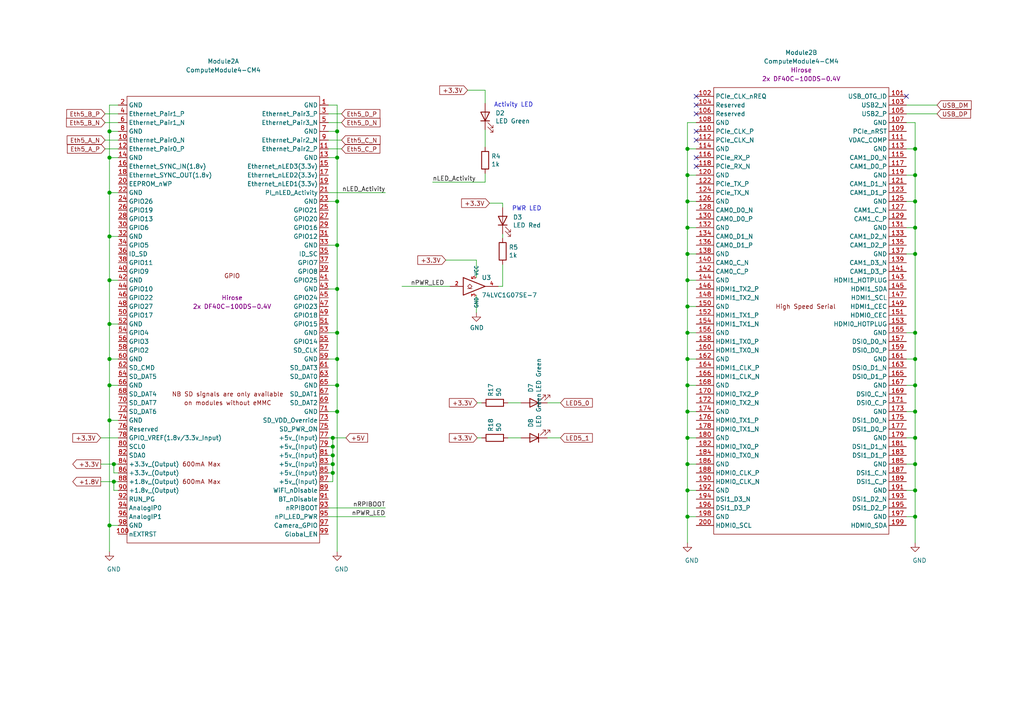
<source format=kicad_sch>
(kicad_sch (version 20210621) (generator eeschema)
  (paper "A4")
  (title_block (title "RPi CM4 Less is More (LiM) Carrier Board") (date "2021-06-18") (rev "v01") (comment 2 "License: CC BY-SA 4.0") (comment 3 "Design: thelasthandyman") (comment 4 "Idea: Alexander Rau"))
  (junction (at -90.17 81.28) (diameter 1.016))
  (junction (at -90.17 143.51) (diameter 1.016))
  (junction (at -35.56 40.64) (diameter 1.016))
  (junction (at -19.05 269.24) (diameter 1.016))
  (junction (at -19.05 279.4) (diameter 1.016))
  (junction (at -19.05 289.56) (diameter 1.016))
  (junction (at 24.13 -137.16) (diameter 1.016))
  (junction (at 24.13 -129.54) (diameter 1.016))
  (junction (at 24.13 -119.38) (diameter 1.016))
  (junction (at 24.13 -106.68) (diameter 1.016))
  (junction (at 24.13 -93.98) (diameter 1.016))
  (junction (at 24.13 -81.28) (diameter 1.016))
  (junction (at 24.13 -71.12) (diameter 1.016))
  (junction (at 24.13 -63.5) (diameter 1.016))
  (junction (at 24.13 -53.34) (diameter 1.016))
  (junction (at 24.13 -22.86) (diameter 1.016))
  (junction (at 25.4 -40.64) (diameter 1.016))
  (junction (at 25.4 -35.56) (diameter 1.016))
  (junction (at 31.75 38.1) (diameter 1.016))
  (junction (at 31.75 45.72) (diameter 1.016))
  (junction (at 31.75 55.88) (diameter 1.016))
  (junction (at 31.75 68.58) (diameter 1.016))
  (junction (at 31.75 81.28) (diameter 1.016))
  (junction (at 31.75 93.98) (diameter 1.016))
  (junction (at 31.75 104.14) (diameter 1.016))
  (junction (at 31.75 111.76) (diameter 1.016))
  (junction (at 31.75 121.92) (diameter 1.016))
  (junction (at 31.75 152.4) (diameter 1.016))
  (junction (at 33.02 134.62) (diameter 1.016))
  (junction (at 33.02 139.7) (diameter 1.016))
  (junction (at 35.56 267.97) (diameter 1.016))
  (junction (at 35.56 278.13) (diameter 1.016))
  (junction (at 35.56 288.29) (diameter 1.016))
  (junction (at 88.9 -48.26) (diameter 1.016))
  (junction (at 88.9 -45.72) (diameter 1.016))
  (junction (at 88.9 -43.18) (diameter 1.016))
  (junction (at 88.9 -40.64) (diameter 1.016))
  (junction (at 88.9 -38.1) (diameter 1.016))
  (junction (at 90.17 -137.16) (diameter 1.016))
  (junction (at 90.17 -129.54) (diameter 1.016))
  (junction (at 90.17 -116.84) (diameter 1.016))
  (junction (at 90.17 -104.14) (diameter 1.016))
  (junction (at 90.17 -91.44) (diameter 1.016))
  (junction (at 90.17 -78.74) (diameter 1.016))
  (junction (at 90.17 -71.12) (diameter 1.016))
  (junction (at 90.17 -63.5) (diameter 1.016))
  (junction (at 90.17 -55.88) (diameter 1.016))
  (junction (at 92.71 266.7) (diameter 1.016))
  (junction (at 92.71 276.86) (diameter 1.016))
  (junction (at 92.71 287.02) (diameter 1.016))
  (junction (at 96.52 127) (diameter 1.016))
  (junction (at 96.52 129.54) (diameter 1.016))
  (junction (at 96.52 132.08) (diameter 1.016))
  (junction (at 96.52 134.62) (diameter 1.016))
  (junction (at 96.52 137.16) (diameter 1.016))
  (junction (at 97.79 38.1) (diameter 1.016))
  (junction (at 97.79 45.72) (diameter 1.016))
  (junction (at 97.79 58.42) (diameter 1.016))
  (junction (at 97.79 71.12) (diameter 1.016))
  (junction (at 97.79 83.82) (diameter 1.016))
  (junction (at 97.79 96.52) (diameter 1.016))
  (junction (at 97.79 104.14) (diameter 1.016))
  (junction (at 97.79 111.76) (diameter 1.016))
  (junction (at 97.79 119.38) (diameter 1.016))
  (junction (at 166.37 -129.54) (diameter 1.016))
  (junction (at 166.37 -121.92) (diameter 1.016))
  (junction (at 166.37 -114.3) (diameter 1.016))
  (junction (at 166.37 -106.68) (diameter 1.016))
  (junction (at 166.37 -99.06) (diameter 1.016))
  (junction (at 166.37 -91.44) (diameter 1.016))
  (junction (at 166.37 -83.82) (diameter 1.016))
  (junction (at 166.37 -76.2) (diameter 1.016))
  (junction (at 166.37 -68.58) (diameter 1.016))
  (junction (at 166.37 -60.96) (diameter 1.016))
  (junction (at 166.37 -53.34) (diameter 1.016))
  (junction (at 166.37 -45.72) (diameter 1.016))
  (junction (at 166.37 -38.1) (diameter 1.016))
  (junction (at 166.37 -30.48) (diameter 1.016))
  (junction (at 166.37 -22.86) (diameter 1.016))
  (junction (at 199.39 43.18) (diameter 1.016))
  (junction (at 199.39 50.8) (diameter 1.016))
  (junction (at 199.39 58.42) (diameter 1.016))
  (junction (at 199.39 66.04) (diameter 1.016))
  (junction (at 199.39 73.66) (diameter 1.016))
  (junction (at 199.39 81.28) (diameter 1.016))
  (junction (at 199.39 88.9) (diameter 1.016))
  (junction (at 199.39 96.52) (diameter 1.016))
  (junction (at 199.39 104.14) (diameter 1.016))
  (junction (at 199.39 111.76) (diameter 1.016))
  (junction (at 199.39 119.38) (diameter 1.016))
  (junction (at 199.39 127) (diameter 1.016))
  (junction (at 199.39 134.62) (diameter 1.016))
  (junction (at 199.39 142.24) (diameter 1.016))
  (junction (at 199.39 149.86) (diameter 1.016))
  (junction (at 232.41 -129.54) (diameter 1.016))
  (junction (at 232.41 -121.92) (diameter 1.016))
  (junction (at 232.41 -114.3) (diameter 1.016))
  (junction (at 232.41 -106.68) (diameter 1.016))
  (junction (at 232.41 -99.06) (diameter 1.016))
  (junction (at 232.41 -76.2) (diameter 1.016))
  (junction (at 232.41 -68.58) (diameter 1.016))
  (junction (at 232.41 -60.96) (diameter 1.016))
  (junction (at 232.41 -53.34) (diameter 1.016))
  (junction (at 232.41 -45.72) (diameter 1.016))
  (junction (at 232.41 -38.1) (diameter 1.016))
  (junction (at 232.41 -30.48) (diameter 1.016))
  (junction (at 232.41 -22.86) (diameter 1.016))
  (junction (at 265.43 43.18) (diameter 1.016))
  (junction (at 265.43 50.8) (diameter 1.016))
  (junction (at 265.43 58.42) (diameter 1.016))
  (junction (at 265.43 66.04) (diameter 1.016))
  (junction (at 265.43 73.66) (diameter 1.016))
  (junction (at 265.43 96.52) (diameter 1.016))
  (junction (at 265.43 104.14) (diameter 1.016))
  (junction (at 265.43 111.76) (diameter 1.016))
  (junction (at 265.43 119.38) (diameter 1.016))
  (junction (at 265.43 127) (diameter 1.016))
  (junction (at 265.43 134.62) (diameter 1.016))
  (junction (at 265.43 142.24) (diameter 1.016))
  (junction (at 265.43 149.86) (diameter 1.016))
  (junction (at 358.14 95.25) (diameter 1.016))
  (junction (at 360.68 83.82) (diameter 1.016))
  (junction (at 364.49 95.25) (diameter 1.016))
  (junction (at 438.15 33.02) (diameter 1.016))
  (junction (at 438.15 35.56) (diameter 1.016))
  (junction (at 438.15 38.1) (diameter 1.016))
  (junction (at 438.15 40.64) (diameter 1.016))
  (junction (at 438.15 43.18) (diameter 1.016))
  (junction (at 438.15 45.72) (diameter 1.016))
  (junction (at 438.15 53.34) (diameter 1.016))
  (junction (at 438.15 55.88) (diameter 1.016))
  (junction (at 438.15 58.42) (diameter 1.016))
  (junction (at 438.15 60.96) (diameter 1.016))
  (junction (at 438.15 63.5) (diameter 1.016))
  (junction (at 438.15 66.04) (diameter 1.016))
  (junction (at 438.15 68.58) (diameter 1.016))
  (junction (at 438.15 71.12) (diameter 1.016))
  (junction (at 438.15 77.47) (diameter 1.016))
  (junction (at 438.15 80.01) (diameter 1.016))
  (junction (at 438.15 82.55) (diameter 1.016))
  (junction (at 438.15 85.09) (diameter 1.016))
  (junction (at 438.15 87.63) (diameter 1.016))
  (junction (at 438.15 90.17) (diameter 1.016))
  (junction (at 438.15 92.71) (diameter 1.016))
  (junction (at 438.15 95.25) (diameter 1.016))
  (junction (at 438.15 101.6) (diameter 1.016))
  (junction (at 438.15 104.14) (diameter 1.016))
  (junction (at 438.15 110.49) (diameter 1.016))
  (junction (at 438.15 116.84) (diameter 1.016))
  (junction (at 438.15 133.35) (diameter 1.016))
  (junction (at 438.15 135.89) (diameter 1.016))
  (junction (at 438.15 139.7) (diameter 1.016))
  (junction (at 438.15 151.13) (diameter 1.016))
  (junction (at 438.15 153.67) (diameter 1.016))
  (junction (at 438.15 156.21) (diameter 1.016))
  (junction (at 438.15 158.75) (diameter 1.016))
  (junction (at 438.15 161.29) (diameter 1.016))
  (junction (at 514.985 53.34) (diameter 1.016))
  (no_connect (at 168.91 -144.78))
  (no_connect (at 168.91 -142.24))
  (no_connect (at 168.91 -139.7))
  (no_connect (at 168.91 -134.62))
  (no_connect (at 168.91 -132.08))
  (no_connect (at 168.91 -127))
  (no_connect (at 168.91 -124.46))
  (no_connect (at 201.93 27.94))
  (no_connect (at 201.93 30.48))
  (no_connect (at 201.93 33.02))
  (no_connect (at 201.93 38.1))
  (no_connect (at 201.93 40.64))
  (no_connect (at 201.93 45.72))
  (no_connect (at 201.93 48.26))
  (no_connect (at 229.87 -144.78))
  (no_connect (at 262.89 27.94))
  (wire (pts (xy -90.17 81.28) (xy -90.17 78.74)))
  (wire (pts (xy -90.17 81.28) (xy -90.17 83.82)))
  (wire (pts (xy -90.17 143.51) (xy -90.17 140.97)))
  (wire (pts (xy -90.17 143.51) (xy -90.17 146.05)))
  (wire (pts (xy -82.55 78.74) (xy -82.55 81.28)))
  (wire (pts (xy -82.55 81.28) (xy -90.17 81.28)))
  (wire (pts (xy -82.55 140.97) (xy -82.55 143.51)))
  (wire (pts (xy -82.55 143.51) (xy -90.17 143.51)))
  (wire (pts (xy -67.31 40.64) (xy -35.56 40.64)))
  (wire (pts (xy -67.31 45.72) (xy -44.45 45.72)))
  (wire (pts (xy -67.31 48.26) (xy -48.26 48.26)))
  (wire (pts (xy -67.31 53.34) (xy -63.5 53.34)))
  (wire (pts (xy -67.31 58.42) (xy -63.5 58.42)))
  (wire (pts (xy -67.31 102.87) (xy -33.02 102.87)))
  (wire (pts (xy -67.31 107.95) (xy -44.45 107.95)))
  (wire (pts (xy -67.31 110.49) (xy -48.26 110.49)))
  (wire (pts (xy -67.31 115.57) (xy -63.5 115.57)))
  (wire (pts (xy -67.31 120.65) (xy -63.5 120.65)))
  (wire (pts (xy -48.26 48.26) (xy -48.26 50.8)))
  (wire (pts (xy -48.26 58.42) (xy -48.26 63.5)))
  (wire (pts (xy -48.26 110.49) (xy -48.26 113.03)))
  (wire (pts (xy -48.26 120.65) (xy -48.26 125.73)))
  (wire (pts (xy -44.45 45.72) (xy -44.45 48.26)))
  (wire (pts (xy -44.45 55.88) (xy -44.45 57.15)))
  (wire (pts (xy -44.45 107.95) (xy -44.45 110.49)))
  (wire (pts (xy -44.45 118.11) (xy -44.45 119.38)))
  (wire (pts (xy -35.56 40.64) (xy -35.56 46.99)))
  (wire (pts (xy -35.56 40.64) (xy -33.02 40.64)))
  (wire (pts (xy -35.56 57.15) (xy -35.56 60.96)))
  (wire (pts (xy -19.05 259.08) (xy -19.05 269.24)))
  (wire (pts (xy -19.05 269.24) (xy -19.05 279.4)))
  (wire (pts (xy -19.05 279.4) (xy -19.05 289.56)))
  (wire (pts (xy -19.05 289.56) (xy -19.05 293.37)))
  (wire (pts (xy -12.7 259.08) (xy -19.05 259.08)))
  (wire (pts (xy -12.7 269.24) (xy -19.05 269.24)))
  (wire (pts (xy -12.7 279.4) (xy -19.05 279.4)))
  (wire (pts (xy -12.7 289.56) (xy -19.05 289.56)))
  (wire (pts (xy -5.08 259.08) (xy 10.16 259.08)))
  (wire (pts (xy -5.08 269.24) (xy 10.16 269.24)))
  (wire (pts (xy -5.08 279.4) (xy 10.16 279.4)))
  (wire (pts (xy -5.08 289.56) (xy 10.16 289.56)))
  (wire (pts (xy -3.81 314.96) (xy -2.54 314.96)))
  (wire (pts (xy -2.54 304.8) (xy -1.27 304.8)))
  (wire (pts (xy 5.08 297.18) (xy 10.16 297.18)))
  (wire (pts (xy 5.08 314.96) (xy 10.16 314.96)))
  (wire (pts (xy 6.35 304.8) (xy 10.16 304.8)))
  (wire (pts (xy 6.35 307.34) (xy 10.16 307.34)))
  (wire (pts (xy 7.62 256.54) (xy 10.16 256.54)))
  (wire (pts (xy 7.62 261.62) (xy 10.16 261.62)))
  (wire (pts (xy 7.62 266.7) (xy 10.16 266.7)))
  (wire (pts (xy 7.62 271.78) (xy 10.16 271.78)))
  (wire (pts (xy 7.62 276.86) (xy 10.16 276.86)))
  (wire (pts (xy 7.62 281.94) (xy 10.16 281.94)))
  (wire (pts (xy 7.62 287.02) (xy 10.16 287.02)))
  (wire (pts (xy 7.62 292.1) (xy 10.16 292.1)))
  (wire (pts (xy 7.62 320.04) (xy 7.62 322.58)))
  (wire (pts (xy 10.16 320.04) (xy 7.62 320.04)))
  (wire (pts (xy 21.59 -48.26) (xy 26.67 -48.26)))
  (wire (pts (xy 21.59 -40.64) (xy 25.4 -40.64)))
  (wire (pts (xy 21.59 -35.56) (xy 25.4 -35.56)))
  (wire (pts (xy 22.86 -142.24) (xy 26.67 -142.24)))
  (wire (pts (xy 22.86 -139.7) (xy 26.67 -139.7)))
  (wire (pts (xy 22.86 -134.62) (xy 26.67 -134.62)))
  (wire (pts (xy 22.86 -132.08) (xy 26.67 -132.08)))
  (wire (pts (xy 24.13 -144.78) (xy 24.13 -137.16)))
  (wire (pts (xy 24.13 -137.16) (xy 24.13 -129.54)))
  (wire (pts (xy 24.13 -137.16) (xy 26.67 -137.16)))
  (wire (pts (xy 24.13 -129.54) (xy 24.13 -119.38)))
  (wire (pts (xy 24.13 -129.54) (xy 26.67 -129.54)))
  (wire (pts (xy 24.13 -119.38) (xy 24.13 -106.68)))
  (wire (pts (xy 24.13 -119.38) (xy 26.67 -119.38)))
  (wire (pts (xy 24.13 -106.68) (xy 24.13 -93.98)))
  (wire (pts (xy 24.13 -106.68) (xy 26.67 -106.68)))
  (wire (pts (xy 24.13 -93.98) (xy 24.13 -81.28)))
  (wire (pts (xy 24.13 -93.98) (xy 26.67 -93.98)))
  (wire (pts (xy 24.13 -81.28) (xy 24.13 -71.12)))
  (wire (pts (xy 24.13 -81.28) (xy 26.67 -81.28)))
  (wire (pts (xy 24.13 -71.12) (xy 24.13 -63.5)))
  (wire (pts (xy 24.13 -71.12) (xy 26.67 -71.12)))
  (wire (pts (xy 24.13 -63.5) (xy 24.13 -53.34)))
  (wire (pts (xy 24.13 -63.5) (xy 26.67 -63.5)))
  (wire (pts (xy 24.13 -53.34) (xy 24.13 -22.86)))
  (wire (pts (xy 24.13 -53.34) (xy 26.67 -53.34)))
  (wire (pts (xy 24.13 -22.86) (xy 24.13 -15.24)))
  (wire (pts (xy 24.13 -22.86) (xy 26.67 -22.86)))
  (wire (pts (xy 25.4 -40.64) (xy 26.67 -40.64)))
  (wire (pts (xy 25.4 -38.1) (xy 25.4 -40.64)))
  (wire (pts (xy 25.4 -35.56) (xy 26.67 -35.56)))
  (wire (pts (xy 25.4 -33.02) (xy 25.4 -35.56)))
  (wire (pts (xy 26.67 -144.78) (xy 24.13 -144.78)))
  (wire (pts (xy 26.67 -38.1) (xy 25.4 -38.1)))
  (wire (pts (xy 26.67 -33.02) (xy 25.4 -33.02)))
  (wire (pts (xy 29.21 127) (xy 34.29 127)))
  (wire (pts (xy 29.21 134.62) (xy 33.02 134.62)))
  (wire (pts (xy 29.21 139.7) (xy 33.02 139.7)))
  (wire (pts (xy 30.48 33.02) (xy 34.29 33.02)))
  (wire (pts (xy 30.48 35.56) (xy 34.29 35.56)))
  (wire (pts (xy 30.48 40.64) (xy 34.29 40.64)))
  (wire (pts (xy 30.48 43.18) (xy 34.29 43.18)))
  (wire (pts (xy 31.75 30.48) (xy 31.75 38.1)))
  (wire (pts (xy 31.75 38.1) (xy 31.75 45.72)))
  (wire (pts (xy 31.75 38.1) (xy 34.29 38.1)))
  (wire (pts (xy 31.75 45.72) (xy 31.75 55.88)))
  (wire (pts (xy 31.75 45.72) (xy 34.29 45.72)))
  (wire (pts (xy 31.75 55.88) (xy 31.75 68.58)))
  (wire (pts (xy 31.75 55.88) (xy 34.29 55.88)))
  (wire (pts (xy 31.75 68.58) (xy 31.75 81.28)))
  (wire (pts (xy 31.75 68.58) (xy 34.29 68.58)))
  (wire (pts (xy 31.75 81.28) (xy 31.75 93.98)))
  (wire (pts (xy 31.75 81.28) (xy 34.29 81.28)))
  (wire (pts (xy 31.75 93.98) (xy 31.75 104.14)))
  (wire (pts (xy 31.75 93.98) (xy 34.29 93.98)))
  (wire (pts (xy 31.75 104.14) (xy 31.75 111.76)))
  (wire (pts (xy 31.75 104.14) (xy 34.29 104.14)))
  (wire (pts (xy 31.75 111.76) (xy 31.75 121.92)))
  (wire (pts (xy 31.75 111.76) (xy 34.29 111.76)))
  (wire (pts (xy 31.75 121.92) (xy 31.75 152.4)))
  (wire (pts (xy 31.75 121.92) (xy 34.29 121.92)))
  (wire (pts (xy 31.75 152.4) (xy 31.75 160.02)))
  (wire (pts (xy 31.75 152.4) (xy 34.29 152.4)))
  (wire (pts (xy 33.02 134.62) (xy 34.29 134.62)))
  (wire (pts (xy 33.02 137.16) (xy 33.02 134.62)))
  (wire (pts (xy 33.02 139.7) (xy 34.29 139.7)))
  (wire (pts (xy 33.02 142.24) (xy 33.02 139.7)))
  (wire (pts (xy 34.29 30.48) (xy 31.75 30.48)))
  (wire (pts (xy 34.29 137.16) (xy 33.02 137.16)))
  (wire (pts (xy 34.29 142.24) (xy 33.02 142.24)))
  (wire (pts (xy 35.56 257.81) (xy 35.56 267.97)))
  (wire (pts (xy 35.56 267.97) (xy 35.56 278.13)))
  (wire (pts (xy 35.56 278.13) (xy 35.56 288.29)))
  (wire (pts (xy 35.56 288.29) (xy 35.56 292.1)))
  (wire (pts (xy 41.91 257.81) (xy 35.56 257.81)))
  (wire (pts (xy 41.91 267.97) (xy 35.56 267.97)))
  (wire (pts (xy 41.91 278.13) (xy 35.56 278.13)))
  (wire (pts (xy 41.91 288.29) (xy 35.56 288.29)))
  (wire (pts (xy 49.53 257.81) (xy 64.77 257.81)))
  (wire (pts (xy 49.53 267.97) (xy 64.77 267.97)))
  (wire (pts (xy 49.53 278.13) (xy 64.77 278.13)))
  (wire (pts (xy 49.53 288.29) (xy 64.77 288.29)))
  (wire (pts (xy 52.07 303.53) (xy 53.34 303.53)))
  (wire (pts (xy 52.07 313.69) (xy 53.34 313.69)))
  (wire (pts (xy 60.96 295.91) (xy 64.77 295.91)))
  (wire (pts (xy 60.96 303.53) (xy 64.77 303.53)))
  (wire (pts (xy 60.96 306.07) (xy 64.77 306.07)))
  (wire (pts (xy 60.96 313.69) (xy 64.77 313.69)))
  (wire (pts (xy 62.23 255.27) (xy 64.77 255.27)))
  (wire (pts (xy 62.23 260.35) (xy 64.77 260.35)))
  (wire (pts (xy 62.23 265.43) (xy 64.77 265.43)))
  (wire (pts (xy 62.23 270.51) (xy 64.77 270.51)))
  (wire (pts (xy 62.23 275.59) (xy 64.77 275.59)))
  (wire (pts (xy 62.23 280.67) (xy 64.77 280.67)))
  (wire (pts (xy 62.23 285.75) (xy 64.77 285.75)))
  (wire (pts (xy 62.23 290.83) (xy 64.77 290.83)))
  (wire (pts (xy 62.23 318.77) (xy 62.23 321.31)))
  (wire (pts (xy 64.77 318.77) (xy 62.23 318.77)))
  (wire (pts (xy 87.63 -144.78) (xy 90.17 -144.78)))
  (wire (pts (xy 87.63 -142.24) (xy 91.44 -142.24)))
  (wire (pts (xy 87.63 -139.7) (xy 91.44 -139.7)))
  (wire (pts (xy 87.63 -137.16) (xy 90.17 -137.16)))
  (wire (pts (xy 87.63 -134.62) (xy 91.44 -134.62)))
  (wire (pts (xy 87.63 -132.08) (xy 91.44 -132.08)))
  (wire (pts (xy 87.63 -129.54) (xy 90.17 -129.54)))
  (wire (pts (xy 87.63 -119.38) (xy 104.14 -119.38)))
  (wire (pts (xy 87.63 -116.84) (xy 90.17 -116.84)))
  (wire (pts (xy 87.63 -104.14) (xy 90.17 -104.14)))
  (wire (pts (xy 87.63 -91.44) (xy 90.17 -91.44)))
  (wire (pts (xy 87.63 -78.74) (xy 90.17 -78.74)))
  (wire (pts (xy 87.63 -71.12) (xy 90.17 -71.12)))
  (wire (pts (xy 87.63 -63.5) (xy 90.17 -63.5)))
  (wire (pts (xy 87.63 -55.88) (xy 90.17 -55.88)))
  (wire (pts (xy 87.63 -48.26) (xy 88.9 -48.26)))
  (wire (pts (xy 87.63 -45.72) (xy 88.9 -45.72)))
  (wire (pts (xy 87.63 -43.18) (xy 88.9 -43.18)))
  (wire (pts (xy 87.63 -40.64) (xy 88.9 -40.64)))
  (wire (pts (xy 87.63 -38.1) (xy 88.9 -38.1)))
  (wire (pts (xy 87.63 -35.56) (xy 88.9 -35.56)))
  (wire (pts (xy 87.63 -27.94) (xy 104.14 -27.94)))
  (wire (pts (xy 87.63 -25.4) (xy 104.14 -25.4)))
  (wire (pts (xy 88.9 -48.26) (xy 92.71 -48.26)))
  (wire (pts (xy 88.9 -45.72) (xy 88.9 -48.26)))
  (wire (pts (xy 88.9 -43.18) (xy 88.9 -45.72)))
  (wire (pts (xy 88.9 -40.64) (xy 88.9 -43.18)))
  (wire (pts (xy 88.9 -38.1) (xy 88.9 -40.64)))
  (wire (pts (xy 88.9 -35.56) (xy 88.9 -38.1)))
  (wire (pts (xy 90.17 -144.78) (xy 90.17 -137.16)))
  (wire (pts (xy 90.17 -137.16) (xy 90.17 -129.54)))
  (wire (pts (xy 90.17 -129.54) (xy 90.17 -116.84)))
  (wire (pts (xy 90.17 -116.84) (xy 90.17 -104.14)))
  (wire (pts (xy 90.17 -104.14) (xy 90.17 -91.44)))
  (wire (pts (xy 90.17 -91.44) (xy 90.17 -78.74)))
  (wire (pts (xy 90.17 -78.74) (xy 90.17 -71.12)))
  (wire (pts (xy 90.17 -71.12) (xy 90.17 -63.5)))
  (wire (pts (xy 90.17 -63.5) (xy 90.17 -55.88)))
  (wire (pts (xy 90.17 -55.88) (xy 90.17 -15.24)))
  (wire (pts (xy 92.71 256.54) (xy 92.71 266.7)))
  (wire (pts (xy 92.71 266.7) (xy 92.71 276.86)))
  (wire (pts (xy 92.71 276.86) (xy 92.71 287.02)))
  (wire (pts (xy 92.71 287.02) (xy 92.71 290.83)))
  (wire (pts (xy 95.25 30.48) (xy 97.79 30.48)))
  (wire (pts (xy 95.25 33.02) (xy 99.06 33.02)))
  (wire (pts (xy 95.25 35.56) (xy 99.06 35.56)))
  (wire (pts (xy 95.25 38.1) (xy 97.79 38.1)))
  (wire (pts (xy 95.25 40.64) (xy 99.06 40.64)))
  (wire (pts (xy 95.25 43.18) (xy 99.06 43.18)))
  (wire (pts (xy 95.25 45.72) (xy 97.79 45.72)))
  (wire (pts (xy 95.25 55.88) (xy 111.76 55.88)))
  (wire (pts (xy 95.25 58.42) (xy 97.79 58.42)))
  (wire (pts (xy 95.25 71.12) (xy 97.79 71.12)))
  (wire (pts (xy 95.25 83.82) (xy 97.79 83.82)))
  (wire (pts (xy 95.25 96.52) (xy 97.79 96.52)))
  (wire (pts (xy 95.25 104.14) (xy 97.79 104.14)))
  (wire (pts (xy 95.25 111.76) (xy 97.79 111.76)))
  (wire (pts (xy 95.25 119.38) (xy 97.79 119.38)))
  (wire (pts (xy 95.25 127) (xy 96.52 127)))
  (wire (pts (xy 95.25 129.54) (xy 96.52 129.54)))
  (wire (pts (xy 95.25 132.08) (xy 96.52 132.08)))
  (wire (pts (xy 95.25 134.62) (xy 96.52 134.62)))
  (wire (pts (xy 95.25 137.16) (xy 96.52 137.16)))
  (wire (pts (xy 95.25 139.7) (xy 96.52 139.7)))
  (wire (pts (xy 95.25 147.32) (xy 111.76 147.32)))
  (wire (pts (xy 95.25 149.86) (xy 111.76 149.86)))
  (wire (pts (xy 96.52 127) (xy 100.33 127)))
  (wire (pts (xy 96.52 129.54) (xy 96.52 127)))
  (wire (pts (xy 96.52 132.08) (xy 96.52 129.54)))
  (wire (pts (xy 96.52 134.62) (xy 96.52 132.08)))
  (wire (pts (xy 96.52 137.16) (xy 96.52 134.62)))
  (wire (pts (xy 96.52 139.7) (xy 96.52 137.16)))
  (wire (pts (xy 97.79 30.48) (xy 97.79 38.1)))
  (wire (pts (xy 97.79 38.1) (xy 97.79 45.72)))
  (wire (pts (xy 97.79 45.72) (xy 97.79 58.42)))
  (wire (pts (xy 97.79 58.42) (xy 97.79 71.12)))
  (wire (pts (xy 97.79 71.12) (xy 97.79 83.82)))
  (wire (pts (xy 97.79 83.82) (xy 97.79 96.52)))
  (wire (pts (xy 97.79 96.52) (xy 97.79 104.14)))
  (wire (pts (xy 97.79 104.14) (xy 97.79 111.76)))
  (wire (pts (xy 97.79 111.76) (xy 97.79 119.38)))
  (wire (pts (xy 97.79 119.38) (xy 97.79 160.02)))
  (wire (pts (xy 99.06 256.54) (xy 92.71 256.54)))
  (wire (pts (xy 99.06 266.7) (xy 92.71 266.7)))
  (wire (pts (xy 99.06 276.86) (xy 92.71 276.86)))
  (wire (pts (xy 99.06 287.02) (xy 92.71 287.02)))
  (wire (pts (xy 106.68 256.54) (xy 124.46 256.54)))
  (wire (pts (xy 106.68 266.7) (xy 124.46 266.7)))
  (wire (pts (xy 106.68 276.86) (xy 124.46 276.86)))
  (wire (pts (xy 106.68 287.02) (xy 124.46 287.02)))
  (wire (pts (xy 111.76 302.26) (xy 113.03 302.26)))
  (wire (pts (xy 111.76 312.42) (xy 113.03 312.42)))
  (wire (pts (xy 116.586 83.058) (xy 130.556 83.058)))
  (wire (pts (xy 120.65 -58.42) (xy 121.92 -58.42)))
  (wire (pts (xy 120.65 -48.26) (xy 121.92 -48.26)))
  (wire (pts (xy 120.65 294.64) (xy 124.46 294.64)))
  (wire (pts (xy 120.65 302.26) (xy 124.46 302.26)))
  (wire (pts (xy 120.65 304.8) (xy 124.46 304.8)))
  (wire (pts (xy 120.65 312.42) (xy 124.46 312.42)))
  (wire (pts (xy 120.904 -121.412) (xy 136.144 -121.412)))
  (wire (pts (xy 121.92 254) (xy 124.46 254)))
  (wire (pts (xy 121.92 259.08) (xy 124.46 259.08)))
  (wire (pts (xy 121.92 264.16) (xy 124.46 264.16)))
  (wire (pts (xy 121.92 269.24) (xy 124.46 269.24)))
  (wire (pts (xy 121.92 274.32) (xy 124.46 274.32)))
  (wire (pts (xy 121.92 279.4) (xy 124.46 279.4)))
  (wire (pts (xy 121.92 284.48) (xy 124.46 284.48)))
  (wire (pts (xy 121.92 289.56) (xy 124.46 289.56)))
  (wire (pts (xy 121.92 317.5) (xy 121.92 320.04)))
  (wire (pts (xy 124.46 317.5) (xy 121.92 317.5)))
  (wire (pts (xy 125.476 52.832) (xy 140.716 52.832)))
  (wire (pts (xy 129.54 -58.42) (xy 133.35 -58.42)))
  (wire (pts (xy 129.54 -48.26) (xy 133.35 -48.26)))
  (wire (pts (xy 131.064 -148.082) (xy 136.144 -148.082)))
  (wire (pts (xy 135.636 26.162) (xy 140.716 26.162)))
  (wire (pts (xy 136.144 -144.272) (xy 136.144 -148.082)))
  (wire (pts (xy 136.144 -136.652) (xy 136.144 -131.572)))
  (wire (pts (xy 136.144 -121.412) (xy 136.144 -123.952)))
  (wire (pts (xy 138.176 75.438) (xy 129.286 75.438)))
  (wire (pts (xy 138.176 80.518) (xy 138.176 75.438)))
  (wire (pts (xy 138.176 85.598) (xy 138.176 90.678)))
  (wire (pts (xy 138.43 116.84) (xy 139.7 116.84)))
  (wire (pts (xy 138.43 127) (xy 139.7 127)))
  (wire (pts (xy 140.716 29.972) (xy 140.716 26.162)))
  (wire (pts (xy 140.716 37.592) (xy 140.716 42.672)))
  (wire (pts (xy 140.716 52.832) (xy 140.716 50.292)))
  (wire (pts (xy 140.97 -58.42) (xy 144.78 -58.42)))
  (wire (pts (xy 140.97 -48.26) (xy 144.78 -48.26)))
  (wire (pts (xy 145.796 58.928) (xy 141.986 58.928)))
  (wire (pts (xy 145.796 60.198) (xy 145.796 58.928)))
  (wire (pts (xy 145.796 67.818) (xy 145.796 69.088)))
  (wire (pts (xy 145.796 76.708) (xy 145.796 83.058)))
  (wire (pts (xy 145.796 83.058) (xy 144.526 83.058)))
  (wire (pts (xy 147.32 116.84) (xy 151.13 116.84)))
  (wire (pts (xy 147.32 127) (xy 151.13 127)))
  (wire (pts (xy 158.75 116.84) (xy 162.56 116.84)))
  (wire (pts (xy 158.75 127) (xy 162.56 127)))
  (wire (pts (xy 166.37 -137.16) (xy 166.37 -129.54)))
  (wire (pts (xy 166.37 -137.16) (xy 168.91 -137.16)))
  (wire (pts (xy 166.37 -129.54) (xy 166.37 -121.92)))
  (wire (pts (xy 166.37 -129.54) (xy 168.91 -129.54)))
  (wire (pts (xy 166.37 -121.92) (xy 166.37 -114.3)))
  (wire (pts (xy 166.37 -121.92) (xy 168.91 -121.92)))
  (wire (pts (xy 166.37 -114.3) (xy 166.37 -106.68)))
  (wire (pts (xy 166.37 -114.3) (xy 168.91 -114.3)))
  (wire (pts (xy 166.37 -106.68) (xy 166.37 -99.06)))
  (wire (pts (xy 166.37 -106.68) (xy 168.91 -106.68)))
  (wire (pts (xy 166.37 -99.06) (xy 166.37 -91.44)))
  (wire (pts (xy 166.37 -99.06) (xy 168.91 -99.06)))
  (wire (pts (xy 166.37 -91.44) (xy 166.37 -83.82)))
  (wire (pts (xy 166.37 -91.44) (xy 168.91 -91.44)))
  (wire (pts (xy 166.37 -83.82) (xy 166.37 -76.2)))
  (wire (pts (xy 166.37 -83.82) (xy 168.91 -83.82)))
  (wire (pts (xy 166.37 -76.2) (xy 166.37 -68.58)))
  (wire (pts (xy 166.37 -76.2) (xy 168.91 -76.2)))
  (wire (pts (xy 166.37 -68.58) (xy 166.37 -60.96)))
  (wire (pts (xy 166.37 -68.58) (xy 168.91 -68.58)))
  (wire (pts (xy 166.37 -60.96) (xy 166.37 -53.34)))
  (wire (pts (xy 166.37 -60.96) (xy 168.91 -60.96)))
  (wire (pts (xy 166.37 -53.34) (xy 166.37 -45.72)))
  (wire (pts (xy 166.37 -53.34) (xy 168.91 -53.34)))
  (wire (pts (xy 166.37 -45.72) (xy 166.37 -38.1)))
  (wire (pts (xy 166.37 -45.72) (xy 168.91 -45.72)))
  (wire (pts (xy 166.37 -38.1) (xy 166.37 -30.48)))
  (wire (pts (xy 166.37 -38.1) (xy 168.91 -38.1)))
  (wire (pts (xy 166.37 -30.48) (xy 166.37 -22.86)))
  (wire (pts (xy 166.37 -30.48) (xy 168.91 -30.48)))
  (wire (pts (xy 166.37 -22.86) (xy 166.37 -15.24)))
  (wire (pts (xy 166.37 -22.86) (xy 168.91 -22.86)))
  (wire (pts (xy 199.39 35.56) (xy 199.39 43.18)))
  (wire (pts (xy 199.39 35.56) (xy 201.93 35.56)))
  (wire (pts (xy 199.39 43.18) (xy 199.39 50.8)))
  (wire (pts (xy 199.39 43.18) (xy 201.93 43.18)))
  (wire (pts (xy 199.39 50.8) (xy 199.39 58.42)))
  (wire (pts (xy 199.39 50.8) (xy 201.93 50.8)))
  (wire (pts (xy 199.39 58.42) (xy 199.39 66.04)))
  (wire (pts (xy 199.39 58.42) (xy 201.93 58.42)))
  (wire (pts (xy 199.39 66.04) (xy 199.39 73.66)))
  (wire (pts (xy 199.39 66.04) (xy 201.93 66.04)))
  (wire (pts (xy 199.39 73.66) (xy 199.39 81.28)))
  (wire (pts (xy 199.39 73.66) (xy 201.93 73.66)))
  (wire (pts (xy 199.39 81.28) (xy 199.39 88.9)))
  (wire (pts (xy 199.39 81.28) (xy 201.93 81.28)))
  (wire (pts (xy 199.39 88.9) (xy 199.39 96.52)))
  (wire (pts (xy 199.39 88.9) (xy 201.93 88.9)))
  (wire (pts (xy 199.39 96.52) (xy 199.39 104.14)))
  (wire (pts (xy 199.39 96.52) (xy 201.93 96.52)))
  (wire (pts (xy 199.39 104.14) (xy 199.39 111.76)))
  (wire (pts (xy 199.39 104.14) (xy 201.93 104.14)))
  (wire (pts (xy 199.39 111.76) (xy 199.39 119.38)))
  (wire (pts (xy 199.39 111.76) (xy 201.93 111.76)))
  (wire (pts (xy 199.39 119.38) (xy 199.39 127)))
  (wire (pts (xy 199.39 119.38) (xy 201.93 119.38)))
  (wire (pts (xy 199.39 127) (xy 199.39 134.62)))
  (wire (pts (xy 199.39 127) (xy 201.93 127)))
  (wire (pts (xy 199.39 134.62) (xy 199.39 142.24)))
  (wire (pts (xy 199.39 134.62) (xy 201.93 134.62)))
  (wire (pts (xy 199.39 142.24) (xy 199.39 149.86)))
  (wire (pts (xy 199.39 142.24) (xy 201.93 142.24)))
  (wire (pts (xy 199.39 149.86) (xy 199.39 157.48)))
  (wire (pts (xy 199.39 149.86) (xy 201.93 149.86)))
  (wire (pts (xy 229.87 -142.24) (xy 234.95 -142.24)))
  (wire (pts (xy 229.87 -139.7) (xy 234.95 -139.7)))
  (wire (pts (xy 229.87 -137.16) (xy 232.41 -137.16)))
  (wire (pts (xy 229.87 -129.54) (xy 232.41 -129.54)))
  (wire (pts (xy 229.87 -121.92) (xy 232.41 -121.92)))
  (wire (pts (xy 229.87 -114.3) (xy 232.41 -114.3)))
  (wire (pts (xy 229.87 -106.68) (xy 232.41 -106.68)))
  (wire (pts (xy 229.87 -99.06) (xy 232.41 -99.06)))
  (wire (pts (xy 229.87 -76.2) (xy 232.41 -76.2)))
  (wire (pts (xy 229.87 -68.58) (xy 232.41 -68.58)))
  (wire (pts (xy 229.87 -60.96) (xy 232.41 -60.96)))
  (wire (pts (xy 229.87 -53.34) (xy 232.41 -53.34)))
  (wire (pts (xy 229.87 -45.72) (xy 232.41 -45.72)))
  (wire (pts (xy 229.87 -38.1) (xy 232.41 -38.1)))
  (wire (pts (xy 229.87 -30.48) (xy 232.41 -30.48)))
  (wire (pts (xy 229.87 -22.86) (xy 232.41 -22.86)))
  (wire (pts (xy 232.41 -137.16) (xy 232.41 -129.54)))
  (wire (pts (xy 232.41 -129.54) (xy 232.41 -121.92)))
  (wire (pts (xy 232.41 -121.92) (xy 232.41 -114.3)))
  (wire (pts (xy 232.41 -114.3) (xy 232.41 -106.68)))
  (wire (pts (xy 232.41 -106.68) (xy 232.41 -99.06)))
  (wire (pts (xy 232.41 -99.06) (xy 232.41 -76.2)))
  (wire (pts (xy 232.41 -76.2) (xy 232.41 -68.58)))
  (wire (pts (xy 232.41 -68.58) (xy 232.41 -60.96)))
  (wire (pts (xy 232.41 -60.96) (xy 232.41 -53.34)))
  (wire (pts (xy 232.41 -53.34) (xy 232.41 -45.72)))
  (wire (pts (xy 232.41 -45.72) (xy 232.41 -38.1)))
  (wire (pts (xy 232.41 -38.1) (xy 232.41 -30.48)))
  (wire (pts (xy 232.41 -30.48) (xy 232.41 -22.86)))
  (wire (pts (xy 232.41 -22.86) (xy 232.41 -15.24)))
  (wire (pts (xy 262.89 30.48) (xy 271.78 30.48)))
  (wire (pts (xy 262.89 33.02) (xy 271.78 33.02)))
  (wire (pts (xy 262.89 35.56) (xy 265.43 35.56)))
  (wire (pts (xy 262.89 43.18) (xy 265.43 43.18)))
  (wire (pts (xy 262.89 50.8) (xy 265.43 50.8)))
  (wire (pts (xy 262.89 58.42) (xy 265.43 58.42)))
  (wire (pts (xy 262.89 66.04) (xy 265.43 66.04)))
  (wire (pts (xy 262.89 73.66) (xy 265.43 73.66)))
  (wire (pts (xy 262.89 96.52) (xy 265.43 96.52)))
  (wire (pts (xy 262.89 104.14) (xy 265.43 104.14)))
  (wire (pts (xy 262.89 111.76) (xy 265.43 111.76)))
  (wire (pts (xy 262.89 119.38) (xy 265.43 119.38)))
  (wire (pts (xy 262.89 127) (xy 265.43 127)))
  (wire (pts (xy 262.89 134.62) (xy 265.43 134.62)))
  (wire (pts (xy 262.89 142.24) (xy 265.43 142.24)))
  (wire (pts (xy 262.89 149.86) (xy 265.43 149.86)))
  (wire (pts (xy 265.43 35.56) (xy 265.43 43.18)))
  (wire (pts (xy 265.43 43.18) (xy 265.43 50.8)))
  (wire (pts (xy 265.43 50.8) (xy 265.43 58.42)))
  (wire (pts (xy 265.43 58.42) (xy 265.43 66.04)))
  (wire (pts (xy 265.43 66.04) (xy 265.43 73.66)))
  (wire (pts (xy 265.43 73.66) (xy 265.43 96.52)))
  (wire (pts (xy 265.43 96.52) (xy 265.43 104.14)))
  (wire (pts (xy 265.43 104.14) (xy 265.43 111.76)))
  (wire (pts (xy 265.43 111.76) (xy 265.43 119.38)))
  (wire (pts (xy 265.43 119.38) (xy 265.43 127)))
  (wire (pts (xy 265.43 127) (xy 265.43 134.62)))
  (wire (pts (xy 265.43 134.62) (xy 265.43 142.24)))
  (wire (pts (xy 265.43 142.24) (xy 265.43 149.86)))
  (wire (pts (xy 265.43 149.86) (xy 265.43 157.48)))
  (wire (pts (xy 317.5 -73.66) (xy 327.66 -73.66)))
  (wire (pts (xy 317.5 -71.12) (xy 320.04 -71.12)))
  (wire (pts (xy 317.5 -68.58) (xy 327.66 -68.58)))
  (wire (pts (xy 317.5 -66.04) (xy 320.04 -66.04)))
  (wire (pts (xy 317.5 -63.5) (xy 327.66 -63.5)))
  (wire (pts (xy 317.5 -60.96) (xy 320.04 -60.96)))
  (wire (pts (xy 317.5 -58.42) (xy 327.66 -58.42)))
  (wire (pts (xy 317.5 -55.88) (xy 320.04 -55.88)))
  (wire (pts (xy 323.85 -50.8) (xy 335.28 -50.8)))
  (wire (pts (xy 323.85 -48.26) (xy 327.66 -48.26)))
  (wire (pts (xy 323.85 -45.72) (xy 335.28 -45.72)))
  (wire (pts (xy 323.85 -43.18) (xy 327.66 -43.18)))
  (wire (pts (xy 323.85 -40.64) (xy 335.28 -40.64)))
  (wire (pts (xy 323.85 -38.1) (xy 327.66 -38.1)))
  (wire (pts (xy 323.85 -35.56) (xy 335.28 -35.56)))
  (wire (pts (xy 323.85 -33.02) (xy 327.66 -33.02)))
  (wire (pts (xy 327.66 -71.12) (xy 359.41 -71.12)))
  (wire (pts (xy 327.66 -66.04) (xy 359.41 -66.04)))
  (wire (pts (xy 327.66 -60.96) (xy 359.41 -60.96)))
  (wire (pts (xy 327.66 -55.88) (xy 359.41 -55.88)))
  (wire (pts (xy 335.28 -73.66) (xy 359.41 -73.66)))
  (wire (pts (xy 335.28 -68.58) (xy 359.41 -68.58)))
  (wire (pts (xy 335.28 -63.5) (xy 359.41 -63.5)))
  (wire (pts (xy 335.28 -58.42) (xy 359.41 -58.42)))
  (wire (pts (xy 335.28 -48.26) (xy 359.41 -48.26)))
  (wire (pts (xy 335.28 -43.18) (xy 359.41 -43.18)))
  (wire (pts (xy 335.28 -38.1) (xy 359.41 -38.1)))
  (wire (pts (xy 335.28 -33.02) (xy 359.41 -33.02)))
  (wire (pts (xy 342.9 -50.8) (xy 359.41 -50.8)))
  (wire (pts (xy 342.9 -45.72) (xy 359.41 -45.72)))
  (wire (pts (xy 342.9 -40.64) (xy 359.41 -40.64)))
  (wire (pts (xy 342.9 -35.56) (xy 359.41 -35.56)))
  (wire (pts (xy 356.87 -142.24) (xy 359.41 -142.24)))
  (wire (pts (xy 356.87 -139.7) (xy 359.41 -139.7)))
  (wire (pts (xy 356.87 -137.16) (xy 359.41 -137.16)))
  (wire (pts (xy 356.87 -134.62) (xy 359.41 -134.62)))
  (wire (pts (xy 356.87 -132.08) (xy 359.41 -132.08)))
  (wire (pts (xy 356.87 -129.54) (xy 359.41 -129.54)))
  (wire (pts (xy 356.87 -127) (xy 359.41 -127)))
  (wire (pts (xy 356.87 -124.46) (xy 359.41 -124.46)))
  (wire (pts (xy 356.87 -119.38) (xy 359.41 -119.38)))
  (wire (pts (xy 356.87 -116.84) (xy 359.41 -116.84)))
  (wire (pts (xy 356.87 -114.3) (xy 359.41 -114.3)))
  (wire (pts (xy 356.87 -111.76) (xy 359.41 -111.76)))
  (wire (pts (xy 356.87 -109.22) (xy 359.41 -109.22)))
  (wire (pts (xy 356.87 -106.68) (xy 359.41 -106.68)))
  (wire (pts (xy 356.87 -104.14) (xy 359.41 -104.14)))
  (wire (pts (xy 356.87 -101.6) (xy 359.41 -101.6)))
  (wire (pts (xy 356.87 -96.52) (xy 359.41 -96.52)))
  (wire (pts (xy 356.87 -93.98) (xy 359.41 -93.98)))
  (wire (pts (xy 356.87 -91.44) (xy 359.41 -91.44)))
  (wire (pts (xy 356.87 -88.9) (xy 359.41 -88.9)))
  (wire (pts (xy 356.87 -86.36) (xy 359.41 -86.36)))
  (wire (pts (xy 356.87 -83.82) (xy 359.41 -83.82)))
  (wire (pts (xy 356.87 -81.28) (xy 359.41 -81.28)))
  (wire (pts (xy 356.87 -78.74) (xy 359.41 -78.74)))
  (wire (pts (xy 358.14 83.82) (xy 360.68 83.82)))
  (wire (pts (xy 358.14 91.44) (xy 358.14 95.25)))
  (wire (pts (xy 358.14 95.25) (xy 364.49 95.25)))
  (wire (pts (xy 358.14 102.87) (xy 358.14 105.41)))
  (wire (pts (xy 359.41 80.01) (xy 360.68 80.01)))
  (wire (pts (xy 360.68 80.01) (xy 360.68 83.82)))
  (wire (pts (xy 360.68 83.82) (xy 364.49 83.82)))
  (wire (pts (xy 364.49 95.25) (xy 364.49 91.44)))
  (wire (pts (xy 364.49 95.25) (xy 392.43 95.25)))
  (wire (pts (xy 384.81 67.31) (xy 392.43 67.31)))
  (wire (pts (xy 384.81 69.85) (xy 392.43 69.85)))
  (wire (pts (xy 384.81 72.39) (xy 392.43 72.39)))
  (wire (pts (xy 384.81 74.93) (xy 392.43 74.93)))
  (wire (pts (xy 384.81 77.47) (xy 392.43 77.47)))
  (wire (pts (xy 384.81 80.01) (xy 392.43 80.01)))
  (wire (pts (xy 384.81 82.55) (xy 392.43 82.55)))
  (wire (pts (xy 384.81 85.09) (xy 392.43 85.09)))
  (wire (pts (xy 384.81 87.63) (xy 392.43 87.63)))
  (wire (pts (xy 384.81 90.17) (xy 392.43 90.17)))
  (wire (pts (xy 438.15 29.845) (xy 438.15 33.02)))
  (wire (pts (xy 438.15 33.02) (xy 438.15 35.56)))
  (wire (pts (xy 438.15 35.56) (xy 438.15 38.1)))
  (wire (pts (xy 438.15 38.1) (xy 438.15 40.64)))
  (wire (pts (xy 438.15 40.64) (xy 438.15 43.18)))
  (wire (pts (xy 438.15 43.18) (xy 438.15 45.72)))
  (wire (pts (xy 438.15 45.72) (xy 438.15 48.26)))
  (wire (pts (xy 438.15 52.07) (xy 438.15 53.34)))
  (wire (pts (xy 438.15 53.34) (xy 438.15 55.88)))
  (wire (pts (xy 438.15 55.88) (xy 438.15 58.42)))
  (wire (pts (xy 438.15 58.42) (xy 438.15 60.96)))
  (wire (pts (xy 438.15 60.96) (xy 438.15 63.5)))
  (wire (pts (xy 438.15 63.5) (xy 438.15 66.04)))
  (wire (pts (xy 438.15 66.04) (xy 438.15 68.58)))
  (wire (pts (xy 438.15 68.58) (xy 438.15 71.12)))
  (wire (pts (xy 438.15 71.12) (xy 438.15 73.66)))
  (wire (pts (xy 438.15 76.2) (xy 438.15 77.47)))
  (wire (pts (xy 438.15 77.47) (xy 438.15 80.01)))
  (wire (pts (xy 438.15 80.01) (xy 438.15 82.55)))
  (wire (pts (xy 438.15 82.55) (xy 438.15 85.09)))
  (wire (pts (xy 438.15 85.09) (xy 438.15 87.63)))
  (wire (pts (xy 438.15 87.63) (xy 438.15 90.17)))
  (wire (pts (xy 438.15 90.17) (xy 438.15 92.71)))
  (wire (pts (xy 438.15 92.71) (xy 438.15 95.25)))
  (wire (pts (xy 438.15 95.25) (xy 438.15 97.79)))
  (wire (pts (xy 438.15 101.6) (xy 438.15 104.14)))
  (wire (pts (xy 438.15 101.6) (xy 445.77 101.6)))
  (wire (pts (xy 438.15 104.14) (xy 438.15 106.68)))
  (wire (pts (xy 438.15 110.49) (xy 438.15 113.03)))
  (wire (pts (xy 438.15 110.49) (xy 440.69 110.49)))
  (wire (pts (xy 438.15 116.205) (xy 438.15 116.84)))
  (wire (pts (xy 438.15 116.84) (xy 438.15 119.38)))
  (wire (pts (xy 438.15 129.54) (xy 438.15 133.35)))
  (wire (pts (xy 438.15 133.35) (xy 438.15 135.89)))
  (wire (pts (xy 438.15 135.89) (xy 438.15 139.7)))
  (wire (pts (xy 438.15 139.7) (xy 438.15 151.13)))
  (wire (pts (xy 438.15 151.13) (xy 438.15 153.67)))
  (wire (pts (xy 438.15 153.67) (xy 438.15 156.21)))
  (wire (pts (xy 438.15 156.21) (xy 438.15 158.75)))
  (wire (pts (xy 438.15 158.75) (xy 438.15 161.29)))
  (wire (pts (xy 438.15 161.29) (xy 441.96 161.29)))
  (wire (pts (xy 440.055 76.2) (xy 438.15 76.2)))
  (wire (pts (xy 440.055 116.205) (xy 438.15 116.205)))
  (wire (pts (xy 440.69 52.07) (xy 438.15 52.07)))
  (wire (pts (xy 441.325 29.845) (xy 438.15 29.845)))
  (wire (pts (xy 441.96 161.29) (xy 441.96 166.37)))
  (wire (pts (xy 494.665 53.34) (xy 498.475 53.34)))
  (wire (pts (xy 495.3 76.2) (xy 498.475 76.2)))
  (wire (pts (xy 506.095 60.96) (xy 506.095 63.5)))
  (wire (pts (xy 506.095 83.82) (xy 506.095 86.36)))
  (wire (pts (xy 514.985 52.07) (xy 514.985 53.34)))
  (wire (pts (xy 514.985 53.34) (xy 513.715 53.34)))
  (wire (pts (xy 514.985 53.34) (xy 514.985 76.2)))
  (wire (pts (xy 514.985 76.2) (xy 513.715 76.2)))
  (wire (pts (xy 521.335 52.07) (xy 514.985 52.07)))
  (text "Activity LED" (at 138.684 -143.002 0) (effects (font (size 1.27 1.27)) (justify left bottom)))
  (text "Activity LED" (at 143.256 31.242 0) (effects (font (size 1.27 1.27)) (justify left bottom)))
  (text "PWR LED" (at 148.463 61.341 0) (effects (font (size 1.27 1.27)) (justify left bottom)))
  (label "nLED_Activity2" (at 104.14 -119.38 180))
  (label "nRPIBOOT" (at 104.14 -27.94 180))
  (label "nPWR_LED" (at 104.14 -25.4 180))
  (label "nLED_Activity" (at 111.76 55.88 180))
  (label "nRPIBOOT" (at 111.76 147.32 180))
  (label "nPWR_LED" (at 111.76 149.86 180))
  (label "nPWR_LED" (at 119.126 83.058 0))
  (label "nLED_Activity2" (at 120.904 -121.412 0))
  (label "nLED_Activity" (at 125.476 52.832 0))
  (global_label "USB_DM2" (shape input) (at -63.5 53.34 0) (property "Intersheet References" "${INTERSHEET_REFS}" (effects hide)))
  (global_label "USB_DP2" (shape input) (at -63.5 58.42 0) (property "Intersheet References" "${INTERSHEET_REFS}" (effects hide)))
  (global_label "USB_DM" (shape input) (at -63.5 115.57 0) (property "Intersheet References" "${INTERSHEET_REFS}" (effects hide)))
  (global_label "USB_DP" (shape input) (at -63.5 120.65 0) (property "Intersheet References" "${INTERSHEET_REFS}" (effects hide)))
  (global_label "+5V" (shape input) (at -33.02 40.64 0) (property "Intersheet References" "${INTERSHEET_REFS}" (effects hide)))
  (global_label "+5V" (shape input) (at -33.02 102.87 0) (property "Intersheet References" "${INTERSHEET_REFS}" (effects hide)))
  (global_label "+3.3V" (shape input) (at -3.81 314.96 180) (property "Intersheet References" "${INTERSHEET_REFS}" (effects hide)))
  (global_label "+3.3V" (shape input) (at -2.54 304.8 180) (property "Intersheet References" "${INTERSHEET_REFS}" (effects hide)))
  (global_label "LED2_0" (shape input) (at 5.08 297.18 180) (property "Intersheet References" "${INTERSHEET_REFS}" (effects hide)))
  (global_label "LED2_1" (shape input) (at 6.35 307.34 180) (property "Intersheet References" "${INTERSHEET_REFS}" (effects hide)))
  (global_label "Eth2_A_P" (shape input) (at 7.62 256.54 180) (property "Intersheet References" "${INTERSHEET_REFS}" (effects hide)))
  (global_label "Eth2_A_N" (shape input) (at 7.62 261.62 180) (property "Intersheet References" "${INTERSHEET_REFS}" (effects hide)))
  (global_label "Eth2_B_P" (shape input) (at 7.62 266.7 180) (property "Intersheet References" "${INTERSHEET_REFS}" (effects hide)))
  (global_label "Eth2_B_N" (shape input) (at 7.62 271.78 180) (property "Intersheet References" "${INTERSHEET_REFS}" (effects hide)))
  (global_label "Eth2_C_P" (shape input) (at 7.62 276.86 180) (property "Intersheet References" "${INTERSHEET_REFS}" (effects hide)))
  (global_label "Eth2_C_N" (shape input) (at 7.62 281.94 180) (property "Intersheet References" "${INTERSHEET_REFS}" (effects hide)))
  (global_label "Eth2_D_P" (shape input) (at 7.62 287.02 180) (property "Intersheet References" "${INTERSHEET_REFS}" (effects hide)))
  (global_label "Eth2_D_N" (shape input) (at 7.62 292.1 180) (property "Intersheet References" "${INTERSHEET_REFS}" (effects hide)))
  (global_label "+3.3V" (shape input) (at 21.59 -48.26 180) (property "Intersheet References" "${INTERSHEET_REFS}" (effects hide)))
  (global_label "+3.3V" (shape output) (at 21.59 -40.64 180) (property "Intersheet References" "${INTERSHEET_REFS}" (effects hide)))
  (global_label "+1.8V" (shape output) (at 21.59 -35.56 180) (property "Intersheet References" "${INTERSHEET_REFS}" (effects hide)))
  (global_label "Eth4_B_P" (shape input) (at 22.86 -142.24 180) (property "Intersheet References" "${INTERSHEET_REFS}" (effects hide)))
  (global_label "Eth4_B_N" (shape input) (at 22.86 -139.7 180) (property "Intersheet References" "${INTERSHEET_REFS}" (effects hide)))
  (global_label "Eth4_A_N" (shape input) (at 22.86 -134.62 180) (property "Intersheet References" "${INTERSHEET_REFS}" (effects hide)))
  (global_label "Eth4_A_P" (shape input) (at 22.86 -132.08 180) (property "Intersheet References" "${INTERSHEET_REFS}" (effects hide)))
  (global_label "+3.3V" (shape input) (at 29.21 127 180) (property "Intersheet References" "${INTERSHEET_REFS}" (effects hide)))
  (global_label "+3.3V" (shape output) (at 29.21 134.62 180) (property "Intersheet References" "${INTERSHEET_REFS}" (effects hide)))
  (global_label "+1.8V" (shape output) (at 29.21 139.7 180) (property "Intersheet References" "${INTERSHEET_REFS}" (effects hide)))
  (global_label "Eth5_B_P" (shape input) (at 30.48 33.02 180) (property "Intersheet References" "${INTERSHEET_REFS}" (effects hide)))
  (global_label "Eth5_B_N" (shape input) (at 30.48 35.56 180) (property "Intersheet References" "${INTERSHEET_REFS}" (effects hide)))
  (global_label "Eth5_A_N" (shape input) (at 30.48 40.64 180) (property "Intersheet References" "${INTERSHEET_REFS}" (effects hide)))
  (global_label "Eth5_A_P" (shape input) (at 30.48 43.18 180) (property "Intersheet References" "${INTERSHEET_REFS}" (effects hide)))
  (global_label "+3.3V" (shape input) (at 52.07 303.53 180) (property "Intersheet References" "${INTERSHEET_REFS}" (effects hide)))
  (global_label "+3.3V" (shape input) (at 52.07 313.69 180) (property "Intersheet References" "${INTERSHEET_REFS}" (effects hide)))
  (global_label "LED1_0" (shape input) (at 60.96 295.91 180) (property "Intersheet References" "${INTERSHEET_REFS}" (effects hide)))
  (global_label "LED1_1" (shape input) (at 60.96 306.07 180) (property "Intersheet References" "${INTERSHEET_REFS}" (effects hide)))
  (global_label "Eth1_A_P" (shape input) (at 62.23 255.27 180) (property "Intersheet References" "${INTERSHEET_REFS}" (effects hide)))
  (global_label "Eth1_A_N" (shape input) (at 62.23 260.35 180) (property "Intersheet References" "${INTERSHEET_REFS}" (effects hide)))
  (global_label "Eth1_B_P" (shape input) (at 62.23 265.43 180) (property "Intersheet References" "${INTERSHEET_REFS}" (effects hide)))
  (global_label "Eth1_B_N" (shape input) (at 62.23 270.51 180) (property "Intersheet References" "${INTERSHEET_REFS}" (effects hide)))
  (global_label "Eth1_C_P" (shape input) (at 62.23 275.59 180) (property "Intersheet References" "${INTERSHEET_REFS}" (effects hide)))
  (global_label "Eth1_C_N" (shape input) (at 62.23 280.67 180) (property "Intersheet References" "${INTERSHEET_REFS}" (effects hide)))
  (global_label "Eth1_D_P" (shape input) (at 62.23 285.75 180) (property "Intersheet References" "${INTERSHEET_REFS}" (effects hide)))
  (global_label "Eth1_D_N" (shape input) (at 62.23 290.83 180) (property "Intersheet References" "${INTERSHEET_REFS}" (effects hide)))
  (global_label "Eth4_D_P" (shape input) (at 91.44 -142.24 0) (property "Intersheet References" "${INTERSHEET_REFS}" (effects hide)))
  (global_label "Eth4_D_N" (shape input) (at 91.44 -139.7 0) (property "Intersheet References" "${INTERSHEET_REFS}" (effects hide)))
  (global_label "Eth4_C_N" (shape input) (at 91.44 -134.62 0) (property "Intersheet References" "${INTERSHEET_REFS}" (effects hide)))
  (global_label "Eth4_C_P" (shape input) (at 91.44 -132.08 0) (property "Intersheet References" "${INTERSHEET_REFS}" (effects hide)))
  (global_label "+5V" (shape input) (at 92.71 -48.26 0) (property "Intersheet References" "${INTERSHEET_REFS}" (effects hide)))
  (global_label "Eth5_D_P" (shape input) (at 99.06 33.02 0) (property "Intersheet References" "${INTERSHEET_REFS}" (effects hide)))
  (global_label "Eth5_D_N" (shape input) (at 99.06 35.56 0) (property "Intersheet References" "${INTERSHEET_REFS}" (effects hide)))
  (global_label "Eth5_C_N" (shape input) (at 99.06 40.64 0) (property "Intersheet References" "${INTERSHEET_REFS}" (effects hide)))
  (global_label "Eth5_C_P" (shape input) (at 99.06 43.18 0) (property "Intersheet References" "${INTERSHEET_REFS}" (effects hide)))
  (global_label "+5V" (shape input) (at 100.33 127 0) (property "Intersheet References" "${INTERSHEET_REFS}" (effects hide)))
  (global_label "+3.3V" (shape input) (at 111.76 302.26 180) (property "Intersheet References" "${INTERSHEET_REFS}" (effects hide)))
  (global_label "+3.3V" (shape input) (at 111.76 312.42 180) (property "Intersheet References" "${INTERSHEET_REFS}" (effects hide)))
  (global_label "+3.3V" (shape input) (at 120.65 -58.42 180) (property "Intersheet References" "${INTERSHEET_REFS}" (effects hide)))
  (global_label "+3.3V" (shape input) (at 120.65 -48.26 180) (property "Intersheet References" "${INTERSHEET_REFS}" (effects hide)))
  (global_label "LED3_0" (shape input) (at 120.65 294.64 180) (property "Intersheet References" "${INTERSHEET_REFS}" (effects hide)))
  (global_label "LED3_1" (shape input) (at 120.65 304.8 180) (property "Intersheet References" "${INTERSHEET_REFS}" (effects hide)))
  (global_label "Eth3_A_P" (shape input) (at 121.92 254 180) (property "Intersheet References" "${INTERSHEET_REFS}" (effects hide)))
  (global_label "Eth3_A_N" (shape input) (at 121.92 259.08 180) (property "Intersheet References" "${INTERSHEET_REFS}" (effects hide)))
  (global_label "Eth3_B_P" (shape input) (at 121.92 264.16 180) (property "Intersheet References" "${INTERSHEET_REFS}" (effects hide)))
  (global_label "Eth3_B_N" (shape input) (at 121.92 269.24 180) (property "Intersheet References" "${INTERSHEET_REFS}" (effects hide)))
  (global_label "Eth3_C_P" (shape input) (at 121.92 274.32 180) (property "Intersheet References" "${INTERSHEET_REFS}" (effects hide)))
  (global_label "Eth3_C_N" (shape input) (at 121.92 279.4 180) (property "Intersheet References" "${INTERSHEET_REFS}" (effects hide)))
  (global_label "Eth3_D_P" (shape input) (at 121.92 284.48 180) (property "Intersheet References" "${INTERSHEET_REFS}" (effects hide)))
  (global_label "Eth3_D_N" (shape input) (at 121.92 289.56 180) (property "Intersheet References" "${INTERSHEET_REFS}" (effects hide)))
  (global_label "+3.3V" (shape input) (at 129.286 75.438 180) (property "Intersheet References" "${INTERSHEET_REFS}" (effects hide)))
  (global_label "+3.3V" (shape input) (at 131.064 -148.082 180) (property "Intersheet References" "${INTERSHEET_REFS}" (effects hide)))
  (global_label "+3.3V" (shape input) (at 135.636 26.162 180) (property "Intersheet References" "${INTERSHEET_REFS}" (effects hide)))
  (global_label "+3.3V" (shape input) (at 138.43 116.84 180) (property "Intersheet References" "${INTERSHEET_REFS}" (effects hide)))
  (global_label "+3.3V" (shape input) (at 138.43 127 180) (property "Intersheet References" "${INTERSHEET_REFS}" (effects hide)))
  (global_label "+3.3V" (shape input) (at 141.986 58.928 180) (property "Intersheet References" "${INTERSHEET_REFS}" (effects hide)))
  (global_label "LED4_0" (shape input) (at 144.78 -58.42 0) (property "Intersheet References" "${INTERSHEET_REFS}" (effects hide)))
  (global_label "LED4_1" (shape input) (at 144.78 -48.26 0) (property "Intersheet References" "${INTERSHEET_REFS}" (effects hide)))
  (global_label "LED5_0" (shape input) (at 162.56 116.84 0) (property "Intersheet References" "${INTERSHEET_REFS}" (effects hide)))
  (global_label "LED5_1" (shape input) (at 162.56 127 0) (property "Intersheet References" "${INTERSHEET_REFS}" (effects hide)))
  (global_label "USB_DM2" (shape input) (at 234.95 -142.24 0) (property "Intersheet References" "${INTERSHEET_REFS}" (effects hide)))
  (global_label "USB_DP2" (shape input) (at 234.95 -139.7 0) (property "Intersheet References" "${INTERSHEET_REFS}" (effects hide)))
  (global_label "USB_DM" (shape input) (at 271.78 30.48 0) (property "Intersheet References" "${INTERSHEET_REFS}" (effects hide)))
  (global_label "USB_DP" (shape input) (at 271.78 33.02 0) (property "Intersheet References" "${INTERSHEET_REFS}" (effects hide)))
  (global_label "Eth4_A_P" (shape input) (at 317.5 -73.66 180) (property "Intersheet References" "${INTERSHEET_REFS}" (effects hide)))
  (global_label "Eth4_A_N" (shape input) (at 317.5 -71.12 180) (property "Intersheet References" "${INTERSHEET_REFS}" (effects hide)))
  (global_label "Eth4_B_P" (shape input) (at 317.5 -68.58 180) (property "Intersheet References" "${INTERSHEET_REFS}" (effects hide)))
  (global_label "Eth4_B_N" (shape input) (at 317.5 -66.04 180) (property "Intersheet References" "${INTERSHEET_REFS}" (effects hide)))
  (global_label "Eth4_C_P" (shape input) (at 317.5 -63.5 180) (property "Intersheet References" "${INTERSHEET_REFS}" (effects hide)))
  (global_label "Eth4_C_N" (shape input) (at 317.5 -60.96 180) (property "Intersheet References" "${INTERSHEET_REFS}" (effects hide)))
  (global_label "Eth4_D_P" (shape input) (at 317.5 -58.42 180) (property "Intersheet References" "${INTERSHEET_REFS}" (effects hide)))
  (global_label "Eth4_D_N" (shape input) (at 317.5 -55.88 180) (property "Intersheet References" "${INTERSHEET_REFS}" (effects hide)))
  (global_label "Eth5_A_P" (shape input) (at 323.85 -50.8 180) (property "Intersheet References" "${INTERSHEET_REFS}" (effects hide)))
  (global_label "Eth5_A_N" (shape input) (at 323.85 -48.26 180) (property "Intersheet References" "${INTERSHEET_REFS}" (effects hide)))
  (global_label "Eth5_B_P" (shape input) (at 323.85 -45.72 180) (property "Intersheet References" "${INTERSHEET_REFS}" (effects hide)))
  (global_label "Eth5_B_N" (shape input) (at 323.85 -43.18 180) (property "Intersheet References" "${INTERSHEET_REFS}" (effects hide)))
  (global_label "Eth5_C_P" (shape input) (at 323.85 -40.64 180) (property "Intersheet References" "${INTERSHEET_REFS}" (effects hide)))
  (global_label "Eth5_C_N" (shape input) (at 323.85 -38.1 180) (property "Intersheet References" "${INTERSHEET_REFS}" (effects hide)))
  (global_label "Eth5_D_P" (shape input) (at 323.85 -35.56 180) (property "Intersheet References" "${INTERSHEET_REFS}" (effects hide)))
  (global_label "Eth5_D_N" (shape input) (at 323.85 -33.02 180) (property "Intersheet References" "${INTERSHEET_REFS}" (effects hide)))
  (global_label "Cap4_A_P" (shape bidirectional) (at 345.44 -73.66 0) (property "Intersheet References" "${INTERSHEET_REFS}" (effects hide)))
  (global_label "Cap4_A_N" (shape bidirectional) (at 345.44 -71.12 0) (property "Intersheet References" "${INTERSHEET_REFS}" (effects hide)))
  (global_label "Cap4_B_P" (shape bidirectional) (at 345.44 -68.58 0) (property "Intersheet References" "${INTERSHEET_REFS}" (effects hide)))
  (global_label "Cap4_B_N" (shape bidirectional) (at 345.44 -66.04 0) (property "Intersheet References" "${INTERSHEET_REFS}" (effects hide)))
  (global_label "Cap4_C_P" (shape bidirectional) (at 345.44 -63.5 0) (property "Intersheet References" "${INTERSHEET_REFS}" (effects hide)))
  (global_label "Cap4_C_N" (shape bidirectional) (at 345.44 -60.96 0) (property "Intersheet References" "${INTERSHEET_REFS}" (effects hide)))
  (global_label "Cap4_D_P" (shape bidirectional) (at 345.44 -58.42 0) (property "Intersheet References" "${INTERSHEET_REFS}" (effects hide)))
  (global_label "Cap4_D_N" (shape bidirectional) (at 345.44 -55.88 0) (property "Intersheet References" "${INTERSHEET_REFS}" (effects hide)))
  (global_label "Cap5_A_P" (shape bidirectional) (at 345.44 -50.8 0) (property "Intersheet References" "${INTERSHEET_REFS}" (effects hide)))
  (global_label "Cap5_A_N" (shape bidirectional) (at 345.44 -48.26 0) (property "Intersheet References" "${INTERSHEET_REFS}" (effects hide)))
  (global_label "Cap5_B_P" (shape bidirectional) (at 345.44 -45.72 0) (property "Intersheet References" "${INTERSHEET_REFS}" (effects hide)))
  (global_label "Cap5_B_N" (shape bidirectional) (at 345.44 -43.18 0) (property "Intersheet References" "${INTERSHEET_REFS}" (effects hide)))
  (global_label "Cap5_C_P" (shape bidirectional) (at 345.44 -40.64 0) (property "Intersheet References" "${INTERSHEET_REFS}" (effects hide)))
  (global_label "Cap5_C_N" (shape bidirectional) (at 345.44 -38.1 0) (property "Intersheet References" "${INTERSHEET_REFS}" (effects hide)))
  (global_label "Cap5_D_P" (shape bidirectional) (at 345.44 -35.56 0) (property "Intersheet References" "${INTERSHEET_REFS}" (effects hide)))
  (global_label "Cap5_D_N" (shape bidirectional) (at 345.44 -33.02 0) (property "Intersheet References" "${INTERSHEET_REFS}" (effects hide)))
  (global_label "Eth1_A_P" (shape input) (at 356.87 -142.24 180) (property "Intersheet References" "${INTERSHEET_REFS}" (effects hide)))
  (global_label "Eth1_A_N" (shape input) (at 356.87 -139.7 180) (property "Intersheet References" "${INTERSHEET_REFS}" (effects hide)))
  (global_label "Eth1_B_P" (shape input) (at 356.87 -137.16 180) (property "Intersheet References" "${INTERSHEET_REFS}" (effects hide)))
  (global_label "Eth1_B_N" (shape input) (at 356.87 -134.62 180) (property "Intersheet References" "${INTERSHEET_REFS}" (effects hide)))
  (global_label "Eth1_C_P" (shape input) (at 356.87 -132.08 180) (property "Intersheet References" "${INTERSHEET_REFS}" (effects hide)))
  (global_label "Eth1_C_N" (shape input) (at 356.87 -129.54 180) (property "Intersheet References" "${INTERSHEET_REFS}" (effects hide)))
  (global_label "Eth1_D_P" (shape input) (at 356.87 -127 180) (property "Intersheet References" "${INTERSHEET_REFS}" (effects hide)))
  (global_label "Eth1_D_N" (shape input) (at 356.87 -124.46 180) (property "Intersheet References" "${INTERSHEET_REFS}" (effects hide)))
  (global_label "Eth2_A_P" (shape input) (at 356.87 -119.38 180) (property "Intersheet References" "${INTERSHEET_REFS}" (effects hide)))
  (global_label "Eth2_A_N" (shape input) (at 356.87 -116.84 180) (property "Intersheet References" "${INTERSHEET_REFS}" (effects hide)))
  (global_label "Eth2_B_P" (shape input) (at 356.87 -114.3 180) (property "Intersheet References" "${INTERSHEET_REFS}" (effects hide)))
  (global_label "Eth2_B_N" (shape input) (at 356.87 -111.76 180) (property "Intersheet References" "${INTERSHEET_REFS}" (effects hide)))
  (global_label "Eth2_C_P" (shape input) (at 356.87 -109.22 180) (property "Intersheet References" "${INTERSHEET_REFS}" (effects hide)))
  (global_label "Eth2_C_N" (shape input) (at 356.87 -106.68 180) (property "Intersheet References" "${INTERSHEET_REFS}" (effects hide)))
  (global_label "Eth2_D_P" (shape input) (at 356.87 -104.14 180) (property "Intersheet References" "${INTERSHEET_REFS}" (effects hide)))
  (global_label "Eth2_D_N" (shape input) (at 356.87 -101.6 180) (property "Intersheet References" "${INTERSHEET_REFS}" (effects hide)))
  (global_label "Eth3_A_P" (shape input) (at 356.87 -96.52 180) (property "Intersheet References" "${INTERSHEET_REFS}" (effects hide)))
  (global_label "Eth3_A_N" (shape input) (at 356.87 -93.98 180) (property "Intersheet References" "${INTERSHEET_REFS}" (effects hide)))
  (global_label "Eth3_B_P" (shape input) (at 356.87 -91.44 180) (property "Intersheet References" "${INTERSHEET_REFS}" (effects hide)))
  (global_label "Eth3_B_N" (shape input) (at 356.87 -88.9 180) (property "Intersheet References" "${INTERSHEET_REFS}" (effects hide)))
  (global_label "Eth3_C_P" (shape input) (at 356.87 -86.36 180) (property "Intersheet References" "${INTERSHEET_REFS}" (effects hide)))
  (global_label "Eth3_C_N" (shape input) (at 356.87 -83.82 180) (property "Intersheet References" "${INTERSHEET_REFS}" (effects hide)))
  (global_label "Eth3_D_P" (shape input) (at 356.87 -81.28 180) (property "Intersheet References" "${INTERSHEET_REFS}" (effects hide)))
  (global_label "Eth3_D_N" (shape input) (at 356.87 -78.74 180) (property "Intersheet References" "${INTERSHEET_REFS}" (effects hide)))
  (global_label "+3.3V" (shape input) (at 359.41 80.01 180) (property "Intersheet References" "${INTERSHEET_REFS}" (effects hide)))
  (global_label "LED1_0" (shape input) (at 384.81 67.31 180) (property "Intersheet References" "${INTERSHEET_REFS}" (effects hide)))
  (global_label "LED1_1" (shape input) (at 384.81 69.85 180) (property "Intersheet References" "${INTERSHEET_REFS}" (effects hide)))
  (global_label "LED2_0" (shape input) (at 384.81 72.39 180) (property "Intersheet References" "${INTERSHEET_REFS}" (effects hide)))
  (global_label "LED2_1" (shape input) (at 384.81 74.93 180) (property "Intersheet References" "${INTERSHEET_REFS}" (effects hide)))
  (global_label "LED3_0" (shape input) (at 384.81 77.47 180) (property "Intersheet References" "${INTERSHEET_REFS}" (effects hide)))
  (global_label "LED3_1" (shape input) (at 384.81 80.01 180) (property "Intersheet References" "${INTERSHEET_REFS}" (effects hide)))
  (global_label "LED4_0" (shape input) (at 384.81 82.55 180) (property "Intersheet References" "${INTERSHEET_REFS}" (effects hide)))
  (global_label "LED4_1" (shape input) (at 384.81 85.09 180) (property "Intersheet References" "${INTERSHEET_REFS}" (effects hide)))
  (global_label "LED5_0" (shape input) (at 384.81 87.63 180) (property "Intersheet References" "${INTERSHEET_REFS}" (effects hide)))
  (global_label "LED5_1" (shape input) (at 384.81 90.17 180) (property "Intersheet References" "${INTERSHEET_REFS}" (effects hide)))
  (global_label "1.2V" (shape input) (at 440.055 76.2 0) (property "Intersheet References" "${INTERSHEET_REFS}" (effects hide)))
  (global_label "2.5V" (shape input) (at 440.055 116.205 0) (property "Intersheet References" "${INTERSHEET_REFS}" (effects hide)))
  (global_label "1.2V" (shape input) (at 440.69 52.07 0) (property "Intersheet References" "${INTERSHEET_REFS}" (effects hide)))
  (global_label "1.2V" (shape input) (at 440.69 110.49 0) (property "Intersheet References" "${INTERSHEET_REFS}" (effects hide)))
  (global_label "2.5V" (shape input) (at 441.325 29.845 0) (property "Intersheet References" "${INTERSHEET_REFS}" (effects hide)))
  (global_label "+3.3V" (shape input) (at 445.77 101.6 0) (property "Intersheet References" "${INTERSHEET_REFS}" (effects hide)))
  (global_label "2.5V" (shape input) (at 494.665 53.34 180) (property "Intersheet References" "${INTERSHEET_REFS}" (effects hide)))
  (global_label "1.2V" (shape input) (at 495.3 76.2 180) (property "Intersheet References" "${INTERSHEET_REFS}" (effects hide)))
  (global_label "+3.3V" (shape input) (at 521.335 52.07 0) (property "Intersheet References" "${INTERSHEET_REFS}" (effects hide)))
  (symbol (lib_id "power:GND") (at -90.17 83.82 0) (unit 1)
    (property "Reference" "#PWR012" (effects hide))
    (property "Value" "GND" (at -88.9 88.9 0))
  )
  (symbol (lib_id "power:GND") (at -90.17 146.05 0) (unit 1)
    (property "Reference" "#PWR01" (effects hide))
    (property "Value" "GND" (at -88.9 151.13 0))
  )
  (symbol (lib_id "power:GND") (at -48.26 63.5 0) (unit 1)
    (property "Reference" "#PWR015" (effects hide))
    (property "Value" "GND" (at -46.99 68.58 0))
  )
  (symbol (lib_id "power:GND") (at -48.26 125.73 0) (unit 1)
    (property "Reference" "#PWR02" (effects hide))
    (property "Value" "GND" (at -46.99 130.81 0))
  )
  (symbol (lib_id "power:GND") (at -44.45 57.15 0) (unit 1)
    (property "Reference" "#PWR016" (effects hide))
    (property "Value" "GND" (at -43.18 62.23 0))
  )
  (symbol (lib_id "power:GND") (at -44.45 119.38 0) (unit 1)
    (property "Reference" "#PWR03" (effects hide))
    (property "Value" "GND" (at -43.18 124.46 0))
  )
  (symbol (lib_id "power:GND") (at -35.56 60.96 0) (unit 1)
    (property "Reference" "#PWR017" (effects hide))
    (property "Value" "GND" (at -34.29 66.04 0))
  )
  (symbol (lib_id "power:GND") (at -19.05 293.37 0) (unit 1)
    (property "Reference" "#PWR023" (effects hide))
    (property "Value" "GND" (at -19.05 297.9326 0))
  )
  (symbol (lib_id "power:GND") (at 7.62 322.58 0) (unit 1)
    (property "Reference" "#PWR0102" (effects hide))
    (property "Value" "GND" (at 7.62 327.1426 0))
  )
  (symbol (lib_id "power:GND") (at 24.13 -15.24 0) (unit 1)
    (property "Reference" "#PWR05" (effects hide))
    (property "Value" "GND" (at 25.4 -10.16 0))
  )
  (symbol (lib_id "power:GND") (at 31.75 160.02 0) (unit 1)
    (property "Reference" "#PWR06" (effects hide))
    (property "Value" "GND" (at 33.02 165.1 0))
  )
  (symbol (lib_id "power:GND") (at 35.56 292.1 0) (unit 1)
    (property "Reference" "#PWR010" (effects hide))
    (property "Value" "GND" (at 35.56 296.6626 0))
  )
  (symbol (lib_id "power:GND") (at 62.23 321.31 0) (unit 1)
    (property "Reference" "#PWR0103" (effects hide))
    (property "Value" "GND" (at 62.23 325.8726 0))
  )
  (symbol (lib_id "power:GND") (at 90.17 -15.24 0) (unit 1)
    (property "Reference" "#PWR07" (effects hide))
    (property "Value" "GND" (at 91.44 -10.16 0))
  )
  (symbol (lib_id "power:GND") (at 92.71 290.83 0) (unit 1)
    (property "Reference" "#PWR011" (effects hide))
    (property "Value" "GND" (at 92.71 295.3926 0))
  )
  (symbol (lib_id "power:GND") (at 97.79 160.02 0) (unit 1)
    (property "Reference" "#PWR08" (effects hide))
    (property "Value" "GND" (at 99.06 165.1 0))
  )
  (symbol (lib_id "power:GND") (at 121.92 320.04 0) (unit 1)
    (property "Reference" "#PWR0104" (effects hide))
    (property "Value" "GND" (at 121.92 324.6026 0))
  )
  (symbol (lib_id "power:GND") (at 138.176 90.678 0) (unit 1)
    (property "Reference" "#PWR09" (effects hide))
    (property "Value" "GND" (at 138.303 95.0722 0))
  )
  (symbol (lib_id "power:GND") (at 166.37 -15.24 0) (unit 1)
    (property "Reference" "#PWR014" (effects hide))
    (property "Value" "GND" (at 167.64 -10.16 0))
  )
  (symbol (lib_id "power:GND") (at 199.39 157.48 0) (unit 1)
    (property "Reference" "#PWR013" (effects hide))
    (property "Value" "GND" (at 200.66 162.56 0))
  )
  (symbol (lib_id "power:GND") (at 232.41 -15.24 0) (unit 1)
    (property "Reference" "#PWR019" (effects hide))
    (property "Value" "GND" (at 233.68 -10.16 0))
  )
  (symbol (lib_id "power:GND") (at 265.43 157.48 0) (unit 1)
    (property "Reference" "#PWR018" (effects hide))
    (property "Value" "GND" (at 266.7 162.56 0))
  )
  (symbol (lib_id "power:GND") (at 358.14 105.41 0) (unit 1)
    (property "Reference" "#PWR0101" (effects hide))
    (property "Value" "GND" (at 359.41 110.49 0))
  )
  (symbol (lib_id "power:GND") (at 441.96 166.37 0) (unit 1)
    (property "Reference" "#PWR020" (effects hide))
    (property "Value" "GND" (at 443.23 171.45 0))
  )
  (symbol (lib_id "power:GND") (at 506.095 63.5 0) (unit 1)
    (property "Reference" "#PWR021" (effects hide))
    (property "Value" "GND" (at 507.365 68.58 0))
  )
  (symbol (lib_id "power:GND") (at 506.095 86.36 0) (unit 1)
    (property "Reference" "#PWR022" (effects hide))
    (property "Value" "GND" (at 507.365 91.44 0))
  )
  (symbol (lib_id "Device:R") (at -48.26 54.61 0) (unit 1)
    (property "Reference" "R6" (at -52.07 52.07 0) (effects (justify left)))
    (property "Value" "5.1k" (at -53.34 54.61 0) (effects (justify left)))
    (property "Footprint" "Resistor_SMD:R_0603_1608Metric" (effects hide))
    (property "Manufacturer" "Yageo" (effects hide))
    (property "MPN" "RC0603FR-075K1L" (effects hide))
    (property "Digi-Key_PN" "311-5.10KHRCT-ND" (effects hide))
  )
  (symbol (lib_id "Device:R") (at -48.26 116.84 0) (unit 1)
    (property "Reference" "R1" (at -52.07 114.3 0) (effects (justify left)))
    (property "Value" "5.1k" (at -53.34 116.84 0) (effects (justify left)))
    (property "Footprint" "Resistor_SMD:R_0603_1608Metric" (effects hide))
    (property "Manufacturer" "Yageo" (effects hide))
    (property "MPN" "RC0603FR-075K1L" (effects hide))
    (property "Digi-Key_PN" "311-5.10KHRCT-ND" (effects hide))
  )
  (symbol (lib_id "Device:R") (at -44.45 52.07 0) (unit 1)
    (property "Reference" "R7" (at -41.91 50.8 0) (effects (justify left)))
    (property "Value" "5.1k" (at -41.91 52.07 0) (effects (justify left)))
    (property "Footprint" "Resistor_SMD:R_0603_1608Metric" (effects hide))
    (property "Manufacturer" "Yageo" (effects hide))
    (property "MPN" "RC0603FR-075K1L" (effects hide))
    (property "Digi-Key_PN" "311-5.10KHRCT-ND" (effects hide))
  )
  (symbol (lib_id "Device:R") (at -44.45 114.3 0) (unit 1)
    (property "Reference" "R2" (at -41.91 113.03 0) (effects (justify left)))
    (property "Value" "5.1k" (at -41.91 114.3 0) (effects (justify left)))
    (property "Footprint" "Resistor_SMD:R_0603_1608Metric" (effects hide))
    (property "Manufacturer" "Yageo" (effects hide))
    (property "MPN" "RC0603FR-075K1L" (effects hide))
    (property "Digi-Key_PN" "311-5.10KHRCT-ND" (effects hide))
  )
  (symbol (lib_id "Device:R") (at 1.27 314.96 90) (unit 1)
    (property "Reference" "R8" (at 0.1016 313.182 0) (effects (justify left)))
    (property "Value" "50" (at 2.413 313.182 0) (effects (justify left)))
    (property "Footprint" "Resistor_SMD:R_0603_1608Metric" (effects hide))
    (property "Manufacturer" "Yageo" (effects hide))
    (property "MPN" "RC0603FR-071KL" (effects hide))
    (property "Digi-Key_PN" "311-1.00KHRCT-ND" (effects hide))
  )
  (symbol (lib_id "Device:R") (at 2.54 304.8 90) (unit 1)
    (property "Reference" "R9" (at 1.3716 303.022 0) (effects (justify left)))
    (property "Value" "50" (at 3.683 303.022 0) (effects (justify left)))
    (property "Footprint" "Resistor_SMD:R_0603_1608Metric" (effects hide))
    (property "Manufacturer" "Yageo" (effects hide))
    (property "MPN" "RC0603FR-071KL" (effects hide))
    (property "Digi-Key_PN" "311-1.00KHRCT-ND" (effects hide))
  )
  (symbol (lib_id "Device:R") (at 57.15 303.53 90) (unit 1)
    (property "Reference" "R10" (at 55.9816 301.752 0) (effects (justify left)))
    (property "Value" "50" (at 58.293 301.752 0) (effects (justify left)))
    (property "Footprint" "Resistor_SMD:R_0603_1608Metric" (effects hide))
    (property "Manufacturer" "Yageo" (effects hide))
    (property "MPN" "RC0603FR-071KL" (effects hide))
    (property "Digi-Key_PN" "311-1.00KHRCT-ND" (effects hide))
  )
  (symbol (lib_id "Device:R") (at 57.15 313.69 90) (unit 1)
    (property "Reference" "R11" (at 55.9816 311.912 0) (effects (justify left)))
    (property "Value" "50" (at 58.293 311.912 0) (effects (justify left)))
    (property "Footprint" "Resistor_SMD:R_0603_1608Metric" (effects hide))
    (property "Manufacturer" "Yageo" (effects hide))
    (property "MPN" "RC0603FR-071KL" (effects hide))
    (property "Digi-Key_PN" "311-1.00KHRCT-ND" (effects hide))
  )
  (symbol (lib_id "Device:R") (at 116.84 302.26 90) (unit 1)
    (property "Reference" "R12" (at 115.6716 300.482 0) (effects (justify left)))
    (property "Value" "50" (at 117.983 300.482 0) (effects (justify left)))
    (property "Footprint" "Resistor_SMD:R_0603_1608Metric" (effects hide))
    (property "Manufacturer" "Yageo" (effects hide))
    (property "MPN" "RC0603FR-071KL" (effects hide))
    (property "Digi-Key_PN" "311-1.00KHRCT-ND" (effects hide))
  )
  (symbol (lib_id "Device:R") (at 116.84 312.42 90) (unit 1)
    (property "Reference" "R13" (at 115.6716 310.642 0) (effects (justify left)))
    (property "Value" "50" (at 117.983 310.642 0) (effects (justify left)))
    (property "Footprint" "Resistor_SMD:R_0603_1608Metric" (effects hide))
    (property "Manufacturer" "Yageo" (effects hide))
    (property "MPN" "RC0603FR-071KL" (effects hide))
    (property "Digi-Key_PN" "311-1.00KHRCT-ND" (effects hide))
  )
  (symbol (lib_id "Device:R") (at 125.73 -58.42 90) (unit 1)
    (property "Reference" "R15" (at 124.5616 -60.198 0) (effects (justify left)))
    (property "Value" "50" (at 126.873 -60.198 0) (effects (justify left)))
    (property "Footprint" "Resistor_SMD:R_0603_1608Metric" (effects hide))
    (property "Manufacturer" "Yageo" (effects hide))
    (property "MPN" "RC0603FR-071KL" (effects hide))
    (property "Digi-Key_PN" "311-1.00KHRCT-ND" (effects hide))
  )
  (symbol (lib_id "Device:R") (at 125.73 -48.26 90) (unit 1)
    (property "Reference" "R16" (at 124.5616 -50.038 0) (effects (justify left)))
    (property "Value" "50" (at 126.873 -50.038 0) (effects (justify left)))
    (property "Footprint" "Resistor_SMD:R_0603_1608Metric" (effects hide))
    (property "Manufacturer" "Yageo" (effects hide))
    (property "MPN" "RC0603FR-071KL" (effects hide))
    (property "Digi-Key_PN" "311-1.00KHRCT-ND" (effects hide))
  )
  (symbol (lib_id "Device:R") (at 136.144 -127.762 0) (unit 1)
    (property "Reference" "R3" (at 137.922 -128.9304 0) (effects (justify left)))
    (property "Value" "1k" (at 137.922 -126.619 0) (effects (justify left)))
    (property "Footprint" "Resistor_SMD:R_0603_1608Metric" (effects hide))
    (property "Manufacturer" "Yageo" (effects hide))
    (property "MPN" "RC0603FR-071KL" (effects hide))
    (property "Digi-Key_PN" "311-1.00KHRCT-ND" (effects hide))
  )
  (symbol (lib_id "Device:R") (at 140.716 46.482 0) (unit 1)
    (property "Reference" "R4" (at 142.494 45.3136 0) (effects (justify left)))
    (property "Value" "1k" (at 142.494 47.625 0) (effects (justify left)))
    (property "Footprint" "Resistor_SMD:R_0603_1608Metric" (effects hide))
    (property "Manufacturer" "Yageo" (effects hide))
    (property "MPN" "RC0603FR-071KL" (effects hide))
    (property "Digi-Key_PN" "311-1.00KHRCT-ND" (effects hide))
  )
  (symbol (lib_id "Device:R") (at 143.51 116.84 90) (unit 1)
    (property "Reference" "R17" (at 142.3416 115.062 0) (effects (justify left)))
    (property "Value" "50" (at 144.653 115.062 0) (effects (justify left)))
    (property "Footprint" "Resistor_SMD:R_0603_1608Metric" (effects hide))
    (property "Manufacturer" "Yageo" (effects hide))
    (property "MPN" "RC0603FR-071KL" (effects hide))
    (property "Digi-Key_PN" "311-1.00KHRCT-ND" (effects hide))
  )
  (symbol (lib_id "Device:R") (at 143.51 127 90) (unit 1)
    (property "Reference" "R18" (at 142.3416 125.222 0) (effects (justify left)))
    (property "Value" "50" (at 144.653 125.222 0) (effects (justify left)))
    (property "Footprint" "Resistor_SMD:R_0603_1608Metric" (effects hide))
    (property "Manufacturer" "Yageo" (effects hide))
    (property "MPN" "RC0603FR-071KL" (effects hide))
    (property "Digi-Key_PN" "311-1.00KHRCT-ND" (effects hide))
  )
  (symbol (lib_id "Device:R") (at 145.796 72.898 0) (unit 1)
    (property "Reference" "R5" (at 147.574 71.7296 0) (effects (justify left)))
    (property "Value" "1k" (at 147.574 74.041 0) (effects (justify left)))
    (property "Footprint" "Resistor_SMD:R_0603_1608Metric" (effects hide))
    (property "Manufacturer" "Yageo" (effects hide))
    (property "MPN" "RC0603FR-071KL" (effects hide))
    (property "Digi-Key_PN" "311-1.00KHRCT-ND" (effects hide))
  )
  (symbol (lib_id "Device:R") (at 358.14 87.63 180) (unit 1)
    (property "Reference" "R14" (at 356.362 88.7984 0) (effects (justify left)))
    (property "Value" "10k" (at 356.362 86.487 0) (effects (justify left)))
    (property "Footprint" "Resistor_SMD:R_0603_1608Metric" (effects hide))
    (property "Manufacturer" "Yageo" (effects hide))
    (property "MPN" "RC0603FR-071KL" (effects hide))
    (property "Digi-Key_PN" "311-1.00KHRCT-ND" (effects hide))
  )
  (symbol (lib_id "Device:D") (at 364.49 87.63 270) (unit 1)
    (property "Reference" "D4" (at 366.5221 86.7215 90) (effects (justify left)))
    (property "Value" "D" (at 366.5221 89.4966 90) (effects (justify left)))
    (property "Footprint" "Diode_SMD:D_SOD-323" (effects hide))
  )
  (symbol (lib_id "Device:LED") (at 136.144 -140.462 90) (unit 1)
    (property "Reference" "D1" (at 139.1158 -141.4526 90) (effects (justify right)))
    (property "Value" "LED Green" (at 139.1158 -139.1412 90) (effects (justify right)))
    (property "Footprint" "LED_SMD:LED_0603_1608Metric" (effects hide))
    (property "Part Description" "	Green 572nm LED Indication - Discrete 2.2V 2-SMD, No Lead" (effects hide))
    (property "Manufacturer" "Lite-On Inc." (effects hide))
    (property "MPN" "LTST-S270KGKT" (effects hide))
    (property "Digi-Key_PN" "160-1478-1-ND" (effects hide))
  )
  (symbol (lib_id "Device:LED") (at 137.16 -58.42 180) (unit 1)
    (property "Reference" "D5" (at 136.1694 -61.3918 90) (effects (justify right)))
    (property "Value" "LED Green" (at 138.4808 -61.3918 90) (effects (justify right)))
    (property "Footprint" "LED_SMD:LED_0603_1608Metric" (effects hide))
    (property "Part Description" "	Green 572nm LED Indication - Discrete 2.2V 2-SMD, No Lead" (effects hide))
    (property "Manufacturer" "Lite-On Inc." (effects hide))
    (property "MPN" "LTST-S270KGKT" (effects hide))
    (property "Digi-Key_PN" "160-1478-1-ND" (effects hide))
  )
  (symbol (lib_id "Device:LED") (at 137.16 -48.26 180) (unit 1)
    (property "Reference" "D6" (at 136.1694 -51.2318 90) (effects (justify right)))
    (property "Value" "LED Green" (at 138.4808 -51.2318 90) (effects (justify right)))
    (property "Footprint" "LED_SMD:LED_0603_1608Metric" (effects hide))
    (property "Part Description" "	Green 572nm LED Indication - Discrete 2.2V 2-SMD, No Lead" (effects hide))
    (property "Manufacturer" "Lite-On Inc." (effects hide))
    (property "MPN" "LTST-S270KGKT" (effects hide))
    (property "Digi-Key_PN" "160-1478-1-ND" (effects hide))
  )
  (symbol (lib_id "Device:LED") (at 140.716 33.782 90) (unit 1)
    (property "Reference" "D2" (at 143.6878 32.7914 90) (effects (justify right)))
    (property "Value" "LED Green" (at 143.6878 35.1028 90) (effects (justify right)))
    (property "Footprint" "LED_SMD:LED_0603_1608Metric" (effects hide))
    (property "Part Description" "	Green 572nm LED Indication - Discrete 2.2V 2-SMD, No Lead" (effects hide))
    (property "Manufacturer" "Lite-On Inc." (effects hide))
    (property "MPN" "LTST-S270KGKT" (effects hide))
    (property "Digi-Key_PN" "160-1478-1-ND" (effects hide))
  )
  (symbol (lib_id "Device:LED") (at 145.796 64.008 90) (unit 1)
    (property "Reference" "D3" (at 148.7678 63.0174 90) (effects (justify right)))
    (property "Value" "LED Red" (at 148.7678 65.3288 90) (effects (justify right)))
    (property "Footprint" "LED_SMD:LED_0603_1608Metric" (effects hide))
    (property "Part Description" "	Red 620nm LED Indication - Discrete 2.2V 2-SMD, No Lead" (effects hide))
    (property "Manufacturer" "Lite-On Inc." (effects hide))
    (property "MPN" "LTST-S270KRKT" (effects hide))
    (property "Digi-Key_PN" "160-1479-1-ND" (effects hide))
  )
  (symbol (lib_id "Device:LED") (at 154.94 116.84 180) (unit 1)
    (property "Reference" "D7" (at 153.9494 113.8682 90) (effects (justify right)))
    (property "Value" "LED Green" (at 156.2608 113.8682 90) (effects (justify right)))
    (property "Footprint" "LED_SMD:LED_0603_1608Metric" (effects hide))
    (property "Part Description" "	Green 572nm LED Indication - Discrete 2.2V 2-SMD, No Lead" (effects hide))
    (property "Manufacturer" "Lite-On Inc." (effects hide))
    (property "MPN" "LTST-S270KGKT" (effects hide))
    (property "Digi-Key_PN" "160-1478-1-ND" (effects hide))
  )
  (symbol (lib_id "Device:LED") (at 154.94 127 180) (unit 1)
    (property "Reference" "D8" (at 153.9494 124.0282 90) (effects (justify right)))
    (property "Value" "LED Green" (at 156.2608 124.0282 90) (effects (justify right)))
    (property "Footprint" "LED_SMD:LED_0603_1608Metric" (effects hide))
    (property "Part Description" "	Green 572nm LED Indication - Discrete 2.2V 2-SMD, No Lead" (effects hide))
    (property "Manufacturer" "Lite-On Inc." (effects hide))
    (property "MPN" "LTST-S270KGKT" (effects hide))
    (property "Digi-Key_PN" "160-1478-1-ND" (effects hide))
  )
  (symbol (lib_id "Device:C") (at -8.89 259.08 270) (unit 1)
    (property "Reference" "C18" (at -7.9815 262.0011 0) (effects (justify left)))
    (property "Value" "C" (at -10.7566 262.0011 0) (effects (justify left)))
    (property "Footprint" "Capacitor_SMD:C_0402_1005Metric" (effects hide))
  )
  (symbol (lib_id "Device:C") (at -8.89 269.24 270) (unit 1)
    (property "Reference" "C19" (at -7.9815 272.1611 0) (effects (justify left)))
    (property "Value" "C" (at -10.7566 272.1611 0) (effects (justify left)))
    (property "Footprint" "Capacitor_SMD:C_0402_1005Metric" (effects hide))
  )
  (symbol (lib_id "Device:C") (at -8.89 279.4 270) (unit 1)
    (property "Reference" "C20" (at -7.9815 282.3211 0) (effects (justify left)))
    (property "Value" "C" (at -10.7566 282.3211 0) (effects (justify left)))
    (property "Footprint" "Capacitor_SMD:C_0402_1005Metric" (effects hide))
  )
  (symbol (lib_id "Device:C") (at -8.89 289.56 270) (unit 1)
    (property "Reference" "C21" (at -7.9815 292.4811 0) (effects (justify left)))
    (property "Value" "C" (at -10.7566 292.4811 0) (effects (justify left)))
    (property "Footprint" "Capacitor_SMD:C_0402_1005Metric" (effects hide))
  )
  (symbol (lib_id "Device:C") (at 45.72 257.81 270) (unit 1)
    (property "Reference" "C22" (at 46.6285 260.7311 0) (effects (justify left)))
    (property "Value" "C" (at 43.8534 260.7311 0) (effects (justify left)))
    (property "Footprint" "Capacitor_SMD:C_0402_1005Metric" (effects hide))
  )
  (symbol (lib_id "Device:C") (at 45.72 267.97 270) (unit 1)
    (property "Reference" "C23" (at 46.6285 270.8911 0) (effects (justify left)))
    (property "Value" "C" (at 43.8534 270.8911 0) (effects (justify left)))
    (property "Footprint" "Capacitor_SMD:C_0402_1005Metric" (effects hide))
  )
  (symbol (lib_id "Device:C") (at 45.72 278.13 270) (unit 1)
    (property "Reference" "C24" (at 46.6285 281.0511 0) (effects (justify left)))
    (property "Value" "C" (at 43.8534 281.0511 0) (effects (justify left)))
    (property "Footprint" "Capacitor_SMD:C_0402_1005Metric" (effects hide))
  )
  (symbol (lib_id "Device:C") (at 45.72 288.29 270) (unit 1)
    (property "Reference" "C25" (at 46.6285 291.2111 0) (effects (justify left)))
    (property "Value" "C" (at 43.8534 291.2111 0) (effects (justify left)))
    (property "Footprint" "Capacitor_SMD:C_0402_1005Metric" (effects hide))
  )
  (symbol (lib_id "Device:C") (at 102.87 256.54 270) (unit 1)
    (property "Reference" "C26" (at 103.7785 259.4611 0) (effects (justify left)))
    (property "Value" "C" (at 101.0034 259.4611 0) (effects (justify left)))
    (property "Footprint" "Capacitor_SMD:C_0402_1005Metric" (effects hide))
  )
  (symbol (lib_id "Device:C") (at 102.87 266.7 270) (unit 1)
    (property "Reference" "C27" (at 103.7785 269.6211 0) (effects (justify left)))
    (property "Value" "C" (at 101.0034 269.6211 0) (effects (justify left)))
    (property "Footprint" "Capacitor_SMD:C_0402_1005Metric" (effects hide))
  )
  (symbol (lib_id "Device:C") (at 102.87 276.86 270) (unit 1)
    (property "Reference" "C28" (at 103.7785 279.7811 0) (effects (justify left)))
    (property "Value" "C" (at 101.0034 279.7811 0) (effects (justify left)))
    (property "Footprint" "Capacitor_SMD:C_0402_1005Metric" (effects hide))
  )
  (symbol (lib_id "Device:C") (at 102.87 287.02 270) (unit 1)
    (property "Reference" "C29" (at 103.7785 289.9411 0) (effects (justify left)))
    (property "Value" "C" (at 101.0034 289.9411 0) (effects (justify left)))
    (property "Footprint" "Capacitor_SMD:C_0402_1005Metric" (effects hide))
  )
  (symbol (lib_id "Device:C") (at 323.85 -71.12 90) (unit 1)
    (property "Reference" "C1" (at 323.85 -77.2456 90))
    (property "Value" "C" (at 323.85 -74.4705 90))
    (property "Footprint" "Capacitor_SMD:C_0402_1005Metric" (effects hide))
  )
  (symbol (lib_id "Device:C") (at 323.85 -66.04 90) (unit 1)
    (property "Reference" "C2" (at 323.85 -72.1656 90))
    (property "Value" "C" (at 323.85 -69.3905 90))
    (property "Footprint" "Capacitor_SMD:C_0402_1005Metric" (effects hide))
  )
  (symbol (lib_id "Device:C") (at 323.85 -60.96 90) (unit 1)
    (property "Reference" "C3" (at 323.85 -67.0856 90))
    (property "Value" "C" (at 323.85 -64.3105 90))
    (property "Footprint" "Capacitor_SMD:C_0402_1005Metric" (effects hide))
  )
  (symbol (lib_id "Device:C") (at 323.85 -55.88 90) (unit 1)
    (property "Reference" "C4" (at 323.85 -62.0056 90))
    (property "Value" "C" (at 323.85 -59.2305 90))
    (property "Footprint" "Capacitor_SMD:C_0402_1005Metric" (effects hide))
  )
  (symbol (lib_id "Device:C") (at 331.47 -73.66 90) (unit 1)
    (property "Reference" "C9" (at 331.47 -79.7856 90))
    (property "Value" "C" (at 331.47 -77.0105 90))
    (property "Footprint" "Capacitor_SMD:C_0402_1005Metric" (effects hide))
  )
  (symbol (lib_id "Device:C") (at 331.47 -68.58 90) (unit 1)
    (property "Reference" "C10" (at 331.47 -74.7056 90))
    (property "Value" "C" (at 331.47 -71.9305 90))
    (property "Footprint" "Capacitor_SMD:C_0402_1005Metric" (effects hide))
  )
  (symbol (lib_id "Device:C") (at 331.47 -63.5 90) (unit 1)
    (property "Reference" "C11" (at 331.47 -69.6256 90))
    (property "Value" "C" (at 331.47 -66.8505 90))
    (property "Footprint" "Capacitor_SMD:C_0402_1005Metric" (effects hide))
  )
  (symbol (lib_id "Device:C") (at 331.47 -58.42 90) (unit 1)
    (property "Reference" "C12" (at 331.47 -64.5456 90))
    (property "Value" "C" (at 331.47 -61.7705 90))
    (property "Footprint" "Capacitor_SMD:C_0402_1005Metric" (effects hide))
  )
  (symbol (lib_id "Device:C") (at 331.47 -48.26 90) (unit 1)
    (property "Reference" "C5" (at 331.47 -54.3856 90))
    (property "Value" "C" (at 331.47 -51.6105 90))
    (property "Footprint" "Capacitor_SMD:C_0402_1005Metric" (effects hide))
  )
  (symbol (lib_id "Device:C") (at 331.47 -43.18 90) (unit 1)
    (property "Reference" "C6" (at 331.47 -49.3056 90))
    (property "Value" "C" (at 331.47 -46.5305 90))
    (property "Footprint" "Capacitor_SMD:C_0402_1005Metric" (effects hide))
  )
  (symbol (lib_id "Device:C") (at 331.47 -38.1 90) (unit 1)
    (property "Reference" "C7" (at 331.47 -44.2256 90))
    (property "Value" "C" (at 331.47 -41.4505 90))
    (property "Footprint" "Capacitor_SMD:C_0402_1005Metric" (effects hide))
  )
  (symbol (lib_id "Device:C") (at 331.47 -33.02 90) (unit 1)
    (property "Reference" "C8" (at 331.47 -39.1456 90))
    (property "Value" "C" (at 331.47 -36.3705 90))
    (property "Footprint" "Capacitor_SMD:C_0402_1005Metric" (effects hide))
  )
  (symbol (lib_id "Device:C") (at 339.09 -50.8 90) (unit 1)
    (property "Reference" "C13" (at 339.09 -56.9256 90))
    (property "Value" "C" (at 339.09 -54.1505 90))
    (property "Footprint" "Capacitor_SMD:C_0402_1005Metric" (effects hide))
  )
  (symbol (lib_id "Device:C") (at 339.09 -45.72 90) (unit 1)
    (property "Reference" "C14" (at 339.09 -51.8456 90))
    (property "Value" "C" (at 339.09 -49.0705 90))
    (property "Footprint" "Capacitor_SMD:C_0402_1005Metric" (effects hide))
  )
  (symbol (lib_id "Device:C") (at 339.09 -40.64 90) (unit 1)
    (property "Reference" "C15" (at 339.09 -46.7656 90))
    (property "Value" "C" (at 339.09 -43.9905 90))
    (property "Footprint" "Capacitor_SMD:C_0402_1005Metric" (effects hide))
  )
  (symbol (lib_id "Device:C") (at 339.09 -35.56 90) (unit 1)
    (property "Reference" "C16" (at 339.09 -41.6856 90))
    (property "Value" "C" (at 339.09 -38.9105 90))
    (property "Footprint" "Capacitor_SMD:C_0402_1005Metric" (effects hide))
  )
  (symbol (lib_id "Device:C") (at 358.14 99.06 0) (unit 1)
    (property "Reference" "C17" (at 361.0611 98.1515 0) (effects (justify left)))
    (property "Value" "C" (at 361.0611 100.9266 0) (effects (justify left)))
    (property "Footprint" "Capacitor_SMD:C_0805_2012Metric" (effects hide))
  )
  (symbol (lib_id "Device:C") (at 587.375 69.85 90) (unit 1)
    (property "Reference" "C30" (at 589.915 68.8044 90))
    (property "Value" "0.1uF" (at 591.185 71.5795 90))
    (property "Footprint" "Capacitor_SMD:C_0402_1005Metric" (effects hide))
  )
  (symbol (lib_id "Device:C") (at 587.375 74.93 90) (unit 1)
    (property "Reference" "C31" (at 589.915 73.8844 90))
    (property "Value" "0.1uF" (at 591.185 76.6595 90))
    (property "Footprint" "Capacitor_SMD:C_0402_1005Metric" (effects hide))
  )
  (symbol (lib_id "Device:C") (at 587.375 80.01 90) (unit 1)
    (property "Reference" "C32" (at 589.915 78.9644 90))
    (property "Value" "0.1uF" (at 591.185 81.7395 90))
    (property "Footprint" "Capacitor_SMD:C_0402_1005Metric" (effects hide))
  )
  (symbol (lib_id "Device:C") (at 587.375 85.09 90) (unit 1)
    (property "Reference" "C33" (at 589.915 84.0444 90))
    (property "Value" "0.1uF" (at 591.185 86.8195 90))
    (property "Footprint" "Capacitor_SMD:C_0402_1005Metric" (effects hide))
  )
  (symbol (lib_id "Device:C") (at 587.375 90.17 90) (unit 1)
    (property "Reference" "C34" (at 589.915 89.1244 90))
    (property "Value" "0.1uF" (at 591.185 91.8995 90))
    (property "Footprint" "Capacitor_SMD:C_0402_1005Metric" (effects hide))
  )
  (symbol (lib_id "Device:C") (at 587.375 95.25 90) (unit 1)
    (property "Reference" "C35" (at 589.915 94.2044 90))
    (property "Value" "0.1uF" (at 591.185 96.9795 90))
    (property "Footprint" "Capacitor_SMD:C_0402_1005Metric" (effects hide))
  )
  (symbol (lib_id "Device:C") (at 587.375 100.33 90) (unit 1)
    (property "Reference" "C36" (at 589.915 99.2844 90))
    (property "Value" "0.1uF" (at 591.185 102.0595 90))
    (property "Footprint" "Capacitor_SMD:C_0402_1005Metric" (effects hide))
  )
  (symbol (lib_id "Device:C") (at 587.375 105.41 90) (unit 1)
    (property "Reference" "C37" (at 589.915 104.3644 90))
    (property "Value" "0.1uF" (at 591.185 107.1395 90))
    (property "Footprint" "Capacitor_SMD:C_0402_1005Metric" (effects hide))
  )
  (symbol (lib_id "Device:C") (at 587.375 110.49 90) (unit 1)
    (property "Reference" "C38" (at 589.915 109.4444 90))
    (property "Value" "0.1uF" (at 591.185 112.2195 90))
    (property "Footprint" "Capacitor_SMD:C_0402_1005Metric" (effects hide))
  )
  (symbol (lib_id "Device:C") (at 587.375 115.57 90) (unit 1)
    (property "Reference" "C39" (at 589.915 114.5244 90))
    (property "Value" "0.1uF" (at 591.185 117.2995 90))
    (property "Footprint" "Capacitor_SMD:C_0402_1005Metric" (effects hide))
  )
  (symbol (lib_id "Device:C") (at 587.375 120.65 90) (unit 1)
    (property "Reference" "C40" (at 589.915 119.6044 90))
    (property "Value" "0.1uF" (at 591.185 122.3795 90))
    (property "Footprint" "Capacitor_SMD:C_0402_1005Metric" (effects hide))
  )
  (symbol (lib_id "Device:C") (at 587.375 125.73 90) (unit 1)
    (property "Reference" "C41" (at 589.915 124.6844 90))
    (property "Value" "0.1uF" (at 591.185 127.4595 90))
    (property "Footprint" "Capacitor_SMD:C_0402_1005Metric" (effects hide))
  )
  (symbol (lib_id "Device:C") (at 587.375 130.81 90) (unit 1)
    (property "Reference" "C42" (at 589.915 129.7644 90))
    (property "Value" "0.1uF" (at 591.185 132.5395 90))
    (property "Footprint" "Capacitor_SMD:C_0402_1005Metric" (effects hide))
  )
  (symbol (lib_id "Device:C") (at 587.375 135.89 90) (unit 1)
    (property "Reference" "C43" (at 589.915 134.8444 90))
    (property "Value" "0.1uF" (at 591.185 137.6195 90))
    (property "Footprint" "Capacitor_SMD:C_0402_1005Metric" (effects hide))
  )
  (symbol (lib_id "Device:C") (at 596.265 72.39 90) (unit 1)
    (property "Reference" "C44" (at 598.805 71.3444 90))
    (property "Value" "0.1uF" (at 600.075 74.1195 90))
    (property "Footprint" "Capacitor_SMD:C_0402_1005Metric" (effects hide))
  )
  (symbol (lib_id "Device:C") (at 596.265 77.47 90) (unit 1)
    (property "Reference" "C45" (at 598.805 76.4244 90))
    (property "Value" "0.1uF" (at 600.075 79.1995 90))
    (property "Footprint" "Capacitor_SMD:C_0402_1005Metric" (effects hide))
  )
  (symbol (lib_id "Device:C") (at 596.265 82.55 90) (unit 1)
    (property "Reference" "C46" (at 598.805 81.5044 90))
    (property "Value" "0.1uF" (at 600.075 84.2795 90))
    (property "Footprint" "Capacitor_SMD:C_0402_1005Metric" (effects hide))
  )
  (symbol (lib_id "Device:C") (at 596.265 87.63 90) (unit 1)
    (property "Reference" "C47" (at 598.805 86.5844 90))
    (property "Value" "0.1uF" (at 600.075 89.3595 90))
    (property "Footprint" "Capacitor_SMD:C_0402_1005Metric" (effects hide))
  )
  (symbol (lib_id "Device:C") (at 596.265 92.71 90) (unit 1)
    (property "Reference" "C48" (at 598.805 91.6644 90))
    (property "Value" "0.1uF" (at 600.075 94.4395 90))
    (property "Footprint" "Capacitor_SMD:C_0402_1005Metric" (effects hide))
  )
  (symbol (lib_id "Device:C") (at 596.265 97.79 90) (unit 1)
    (property "Reference" "C49" (at 598.805 96.7444 90))
    (property "Value" "0.1uF" (at 600.075 99.5195 90))
    (property "Footprint" "Capacitor_SMD:C_0402_1005Metric" (effects hide))
  )
  (symbol (lib_id "Device:C") (at 596.265 102.87 90) (unit 1)
    (property "Reference" "C50" (at 598.805 101.8244 90))
    (property "Value" "0.1uF" (at 600.075 104.5995 90))
    (property "Footprint" "Capacitor_SMD:C_0402_1005Metric" (effects hide))
  )
  (symbol (lib_id "Device:C") (at 596.265 107.95 90) (unit 1)
    (property "Reference" "C51" (at 598.805 106.9044 90))
    (property "Value" "0.1uF" (at 600.075 109.6795 90))
    (property "Footprint" "Capacitor_SMD:C_0402_1005Metric" (effects hide))
  )
  (symbol (lib_id "Device:C") (at 596.265 113.03 90) (unit 1)
    (property "Reference" "C52" (at 598.805 111.9844 90))
    (property "Value" "0.1uF" (at 600.075 114.7595 90))
    (property "Footprint" "Capacitor_SMD:C_0402_1005Metric" (effects hide))
  )
  (symbol (lib_id "Device:C") (at 596.265 118.11 90) (unit 1)
    (property "Reference" "C53" (at 598.805 117.0644 90))
    (property "Value" "0.1uF" (at 600.075 119.8395 90))
    (property "Footprint" "Capacitor_SMD:C_0402_1005Metric" (effects hide))
  )
  (symbol (lib_id "Device:C") (at 596.265 123.19 90) (unit 1)
    (property "Reference" "C54" (at 598.805 122.1444 90))
    (property "Value" "0.1uF" (at 600.075 124.9195 90))
    (property "Footprint" "Capacitor_SMD:C_0402_1005Metric" (effects hide))
  )
  (symbol (lib_id "Device:C") (at 596.265 128.27 90) (unit 1)
    (property "Reference" "C55" (at 598.805 127.2244 90))
    (property "Value" "0.1uF" (at 600.075 129.9995 90))
    (property "Footprint" "Capacitor_SMD:C_0402_1005Metric" (effects hide))
  )
  (symbol (lib_id "Device:C") (at 596.265 133.35 90) (unit 1)
    (property "Reference" "C56" (at 598.805 132.3044 90))
    (property "Value" "0.1uF" (at 600.075 135.0795 90))
    (property "Footprint" "Capacitor_SMD:C_0402_1005Metric" (effects hide))
  )
  (symbol (lib_id "2020-11-06_22-01-36:SMBJ5.0A-TR") (at -35.56 57.15 90) (unit 1)
    (property "Reference" "CR2" (at -31.75 49.53 90) (effects (font (size 1.524 1.524)) (justify right)))
    (property "Value" "SMBJ5.0A-TR" (at -31.75 53.34 90) (effects (font (size 1.524 1.524)) (justify right)))
    (property "Footprint" "footprints:SMBJ5.0A-TR" (effects hide))
    (property "Manufacturer" "STMicroelectronics" (effects hide))
    (property "MPN" "SMBJ5.0A-TR" (effects hide))
    (property "Digi-Key_PN" "497-3144-1-ND" (effects hide))
  )
  (symbol (lib_id "CM4IO:74LVC1G07_copy") (at 138.176 83.058 0) (unit 1)
    (property "Reference" "U3" (at 139.7 80.518 0) (effects (justify left)))
    (property "Value" "74LVC1G07SE-7" (at 139.7 85.598 0) (effects (justify left)))
    (property "Footprint" "Package_TO_SOT_SMD:SOT-353_SC-70-5" (effects hide))
    (property "Datasheet" "http://www.ti.com/lit/sg/scyt129e/scyt129e.pdf" (effects hide))
    (property "Part Description" "Buffer, Non-Inverting 1 Element 1 Bit per Element Open Drain Output SOT-353" (effects hide))
    (property "Manufacturer" "Diodes Incorporated" (effects hide))
    (property "MPN" "74LVC1G07SE-7" (effects hide))
    (property "Digi-Key_PN" "74LVC1G07SE-7DICT-ND" (effects hide))
  )
  (symbol (lib_id "Regulator_Linear:AP2127N-2.5") (at 506.095 53.34 0) (mirror y) (unit 1)
    (property "Reference" "U6" (at 506.095 47.4684 0))
    (property "Value" "AP2127N-2.5" (at 506.095 50.2435 0))
    (property "Footprint" "Package_TO_SOT_SMD:SOT-23" (effects hide))
    (property "Datasheet" "https://www.diodes.com/assets/Datasheets/AP2127.pdf" (effects hide))
  )
  (symbol (lib_id "Regulator_Linear:AP2127N3-1.2") (at 506.095 76.2 0) (mirror y) (unit 1)
    (property "Reference" "U7" (at 506.095 70.3284 0))
    (property "Value" "AP2127N3-1.2" (at 506.095 73.1035 0))
    (property "Footprint" "Package_TO_SOT_SMD:TSOT-23" (effects hide))
    (property "Datasheet" "https://www.diodes.com/assets/Datasheets/AP2127.pdf" (effects hide))
  )
  (symbol (lib_id "Connector:USB_C_Plug_USB2.0") (at -82.55 55.88 0) (unit 1)
    (property "Reference" "P2" (at -79.883 34.1334 0))
    (property "Value" "USB_C_Plug_USB2.0" (at -79.883 36.9085 0))
    (property "Footprint" "Connector_USB:USB_C_Receptacle_GCT_USB4085" (effects hide))
    (property "Datasheet" "https://www.usb.org/sites/default/files/documents/usb_type-c.zip" (effects hide))
  )
  (symbol (lib_id "Connector:USB_C_Plug_USB2.0") (at -82.55 118.11 0) (unit 1)
    (property "Reference" "P1" (at -79.883 96.3634 0))
    (property "Value" "USB_C_Plug_USB2.0" (at -79.883 99.1385 0))
    (property "Footprint" "Connector_USB:USB_C_Receptacle_GCT_USB4085" (effects hide))
    (property "Datasheet" "https://www.usb.org/sites/default/files/documents/usb_type-c.zip" (effects hide))
  )
  (symbol (lib_id "0826-1G1T-23-F:0826-1G1T-23-F") (at 22.86 287.02 0) (unit 1)
    (property "Reference" "J1" (at 31.2421 287.3815 0) (effects (justify left)))
    (property "Value" "0826-1G1T-23-F" (at 12.1921 249.5166 0) (effects (justify left)))
    (property "Footprint" "BEL_0826-1G1T-23-F:BEL_0826-1G1T-23-F" (effects hide))
    (property "DESCRIPTION" "MagJack 1000BASE-T | 1X1 | G/G | Tab Up | RoHS" (effects hide))
    (property "MF" "Bel Magnetic Solutions" (effects hide))
    (property "AVAILABILITY" "Unavailable" (effects hide))
    (property "PACKAGE" "None" (effects hide))
    (property "PRICE" "None" (effects hide))
    (property "MP" "0826-1G1T-23-F" (effects hide))
  )
  (symbol (lib_id "0826-1G1T-23-F:0826-1G1T-23-F") (at 77.47 285.75 0) (unit 1)
    (property "Reference" "J2" (at 85.8521 286.1115 0) (effects (justify left)))
    (property "Value" "0826-1G1T-23-F" (at 66.8021 249.5166 0) (effects (justify left)))
    (property "Footprint" "BEL_0826-1G1T-23-F:BEL_0826-1G1T-23-F" (effects hide))
    (property "DESCRIPTION" "MagJack 1000BASE-T | 1X1 | G/G | Tab Up | RoHS" (effects hide))
    (property "MF" "Bel Magnetic Solutions" (effects hide))
    (property "AVAILABILITY" "Unavailable" (effects hide))
    (property "PACKAGE" "None" (effects hide))
    (property "PRICE" "None" (effects hide))
    (property "MP" "0826-1G1T-23-F" (effects hide))
  )
  (symbol (lib_id "0826-1G1T-23-F:0826-1G1T-23-F") (at 137.16 284.48 0) (unit 1)
    (property "Reference" "J3" (at 145.5421 284.8415 0) (effects (justify left)))
    (property "Value" "0826-1G1T-23-F" (at 125.2221 248.2466 0) (effects (justify left)))
    (property "Footprint" "BEL_0826-1G1T-23-F:BEL_0826-1G1T-23-F" (effects hide))
    (property "DESCRIPTION" "MagJack 1000BASE-T | 1X1 | G/G | Tab Up | RoHS" (effects hide))
    (property "MF" "Bel Magnetic Solutions" (effects hide))
    (property "AVAILABILITY" "Unavailable" (effects hide))
    (property "PACKAGE" "None" (effects hide))
    (property "PRICE" "None" (effects hide))
    (property "MP" "0826-1G1T-23-F" (effects hide))
  )
  (symbol (lib_name "KSZ9567S_1") (lib_id "KSZ9567S:KSZ9567S") (at 495.3 -81.28 0) (unit 2)
    (property "Reference" "U?" (at 423.545 -57.785 0) (effects (justify left bottom)))
    (property "Value" "KSZ9567S" (at 405.765 -27.305 0) (effects (justify left bottom)))
    (property "Footprint" "QFP40P1600X1600X120-129N" (effects hide))
    (property "MAXIMUM_PACKAGE_HEIGHT" "1.2mm" (effects hide))
    (property "STANDARD" "Manufacturer Recommendations" (effects hide))
    (property "MANUFACTURER" "Manufacturer_name" (effects hide))
  )
  (symbol (lib_id "KSZ9567S:KSZ9567S") (at 374.65 -86.36 0) (unit 1)
    (property "Reference" "U1" (at 302.895 -62.865 0) (effects (justify left bottom)))
    (property "Value" "KSZ9567S" (at 285.115 -32.385 0) (effects (justify left bottom)))
    (property "Footprint" "QFP40P1600X1600X120-129N" (effects hide))
    (property "MAXIMUM_PACKAGE_HEIGHT" "1.2mm" (effects hide))
    (property "STANDARD" "Manufacturer Recommendations" (effects hide))
    (property "MANUFACTURER" "Manufacturer_name" (effects hide))
  )
  (symbol (lib_name "KSZ9567S_2") (lib_id "KSZ9567S:KSZ9567S") (at 415.29 72.39 0) (unit 3)
    (property "Reference" "U?" (at 343.535 95.885 0) (effects (justify left bottom)))
    (property "Value" "KSZ9567S" (at 325.755 126.365 0) (effects (justify left bottom)))
    (property "Footprint" "QFP40P1600X1600X120-129N" (effects hide))
    (property "MAXIMUM_PACKAGE_HEIGHT" "1.2mm" (effects hide))
    (property "STANDARD" "Manufacturer Recommendations" (effects hide))
    (property "MANUFACTURER" "Manufacturer_name" (effects hide))
  )
  (symbol (lib_id "CM4IO:ComputeModule4-CM4") (at 59.69 -88.9 0) (unit 1)
    (property "Reference" "Module1" (at 57.15 -157.48 0))
    (property "Value" "ComputeModule4-CM4" (at 57.15 -154.94 0))
    (property "Footprint" "CM4IO:Raspberry-Pi-4-Compute-Module" (effects hide))
    (property "Manufacturer" "Hirose" (at 59.69 -88.9 0))
    (property "MPN" "2x DF40C-100DS-0.4V" (at 59.69 -86.36 0))
    (property "Digi-Key_PN" "2x H11615CT-ND" (effects hide))
    (property "Digi-Key_PN (Alt)" "2x H124602CT-ND" (effects hide))
  )
  (symbol (lib_id "CM4IO:ComputeModule4-CM4") (at 59.69 -83.82 0) (unit 2)
    (property "Reference" "Module1" (at 199.39 -157.48 0))
    (property "Value" "ComputeModule4-CM4" (at 199.39 -154.94 0))
    (property "Footprint" "CM4IO:Raspberry-Pi-4-Compute-Module" (effects hide))
    (property "Field4" "Hirose" (at 199.39 -152.4 0))
    (property "Field5" "2x DF40C-100DS-0.4V" (at 199.39 -149.86 0))
    (property "Digi-Key_PN" "2x H11615CT-ND" (effects hide))
    (property "Digi-Key_PN (Alt)" "2x H124602CT-ND" (effects hide))
  )
  (symbol (lib_id "CM4IO:ComputeModule4-CM4") (at 67.31 86.36 0) (unit 1)
    (property "Reference" "Module2" (at 64.77 17.78 0))
    (property "Value" "ComputeModule4-CM4" (at 64.77 20.32 0))
    (property "Footprint" "CM4IO:Raspberry-Pi-4-Compute-Module" (effects hide))
    (property "Manufacturer" "Hirose" (at 67.31 86.36 0))
    (property "MPN" "2x DF40C-100DS-0.4V" (at 67.31 88.9 0))
    (property "Digi-Key_PN" "2x H11615CT-ND" (effects hide))
    (property "Digi-Key_PN (Alt)" "2x H124602CT-ND" (effects hide))
  )
  (symbol (lib_id "CM4IO:ComputeModule4-CM4") (at 92.71 88.9 0) (unit 2)
    (property "Reference" "Module2" (at 232.41 15.24 0))
    (property "Value" "ComputeModule4-CM4" (at 232.41 17.78 0))
    (property "Footprint" "CM4IO:Raspberry-Pi-4-Compute-Module" (effects hide))
    (property "Field4" "Hirose" (at 232.41 20.32 0))
    (property "Field5" "2x DF40C-100DS-0.4V" (at 232.41 22.86 0))
    (property "Digi-Key_PN" "2x H11615CT-ND" (effects hide))
    (property "Digi-Key_PN (Alt)" "2x H124602CT-ND" (effects hide))
  )
)
</source>
